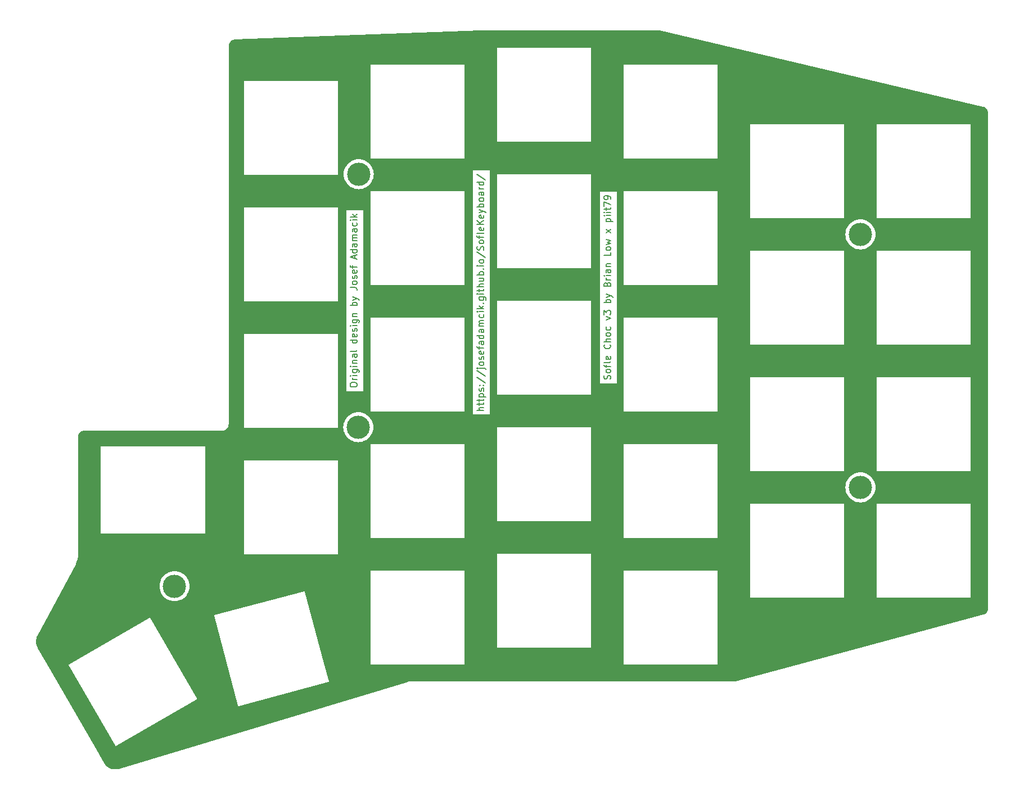
<source format=gbr>
%TF.GenerationSoftware,KiCad,Pcbnew,8.0.4-8.0.4-0~ubuntu24.04.1*%
%TF.CreationDate,2024-08-12T14:45:40+02:00*%
%TF.ProjectId,SofleKeyboardTopPlate,536f666c-654b-4657-9962-6f617264546f,rev?*%
%TF.SameCoordinates,Original*%
%TF.FileFunction,Copper,L1,Top*%
%TF.FilePolarity,Positive*%
%FSLAX46Y46*%
G04 Gerber Fmt 4.6, Leading zero omitted, Abs format (unit mm)*
G04 Created by KiCad (PCBNEW 8.0.4-8.0.4-0~ubuntu24.04.1) date 2024-08-12 14:45:40*
%MOMM*%
%LPD*%
G01*
G04 APERTURE LIST*
%ADD10C,0.150000*%
%TA.AperFunction,NonConductor*%
%ADD11C,0.150000*%
%TD*%
%ADD12C,0.200000*%
%TA.AperFunction,NonConductor*%
%ADD13C,0.200000*%
%TD*%
%TA.AperFunction,ComponentPad*%
%ADD14C,3.500000*%
%TD*%
G04 APERTURE END LIST*
D10*
D11*
X149554819Y-92514286D02*
X148554819Y-92514286D01*
X149554819Y-92085715D02*
X149031009Y-92085715D01*
X149031009Y-92085715D02*
X148935771Y-92133334D01*
X148935771Y-92133334D02*
X148888152Y-92228572D01*
X148888152Y-92228572D02*
X148888152Y-92371429D01*
X148888152Y-92371429D02*
X148935771Y-92466667D01*
X148935771Y-92466667D02*
X148983390Y-92514286D01*
X148888152Y-91752381D02*
X148888152Y-91371429D01*
X148554819Y-91609524D02*
X149411961Y-91609524D01*
X149411961Y-91609524D02*
X149507200Y-91561905D01*
X149507200Y-91561905D02*
X149554819Y-91466667D01*
X149554819Y-91466667D02*
X149554819Y-91371429D01*
X148888152Y-91180952D02*
X148888152Y-90800000D01*
X148554819Y-91038095D02*
X149411961Y-91038095D01*
X149411961Y-91038095D02*
X149507200Y-90990476D01*
X149507200Y-90990476D02*
X149554819Y-90895238D01*
X149554819Y-90895238D02*
X149554819Y-90800000D01*
X148888152Y-90466666D02*
X149888152Y-90466666D01*
X148935771Y-90466666D02*
X148888152Y-90371428D01*
X148888152Y-90371428D02*
X148888152Y-90180952D01*
X148888152Y-90180952D02*
X148935771Y-90085714D01*
X148935771Y-90085714D02*
X148983390Y-90038095D01*
X148983390Y-90038095D02*
X149078628Y-89990476D01*
X149078628Y-89990476D02*
X149364342Y-89990476D01*
X149364342Y-89990476D02*
X149459580Y-90038095D01*
X149459580Y-90038095D02*
X149507200Y-90085714D01*
X149507200Y-90085714D02*
X149554819Y-90180952D01*
X149554819Y-90180952D02*
X149554819Y-90371428D01*
X149554819Y-90371428D02*
X149507200Y-90466666D01*
X149507200Y-89609523D02*
X149554819Y-89514285D01*
X149554819Y-89514285D02*
X149554819Y-89323809D01*
X149554819Y-89323809D02*
X149507200Y-89228571D01*
X149507200Y-89228571D02*
X149411961Y-89180952D01*
X149411961Y-89180952D02*
X149364342Y-89180952D01*
X149364342Y-89180952D02*
X149269104Y-89228571D01*
X149269104Y-89228571D02*
X149221485Y-89323809D01*
X149221485Y-89323809D02*
X149221485Y-89466666D01*
X149221485Y-89466666D02*
X149173866Y-89561904D01*
X149173866Y-89561904D02*
X149078628Y-89609523D01*
X149078628Y-89609523D02*
X149031009Y-89609523D01*
X149031009Y-89609523D02*
X148935771Y-89561904D01*
X148935771Y-89561904D02*
X148888152Y-89466666D01*
X148888152Y-89466666D02*
X148888152Y-89323809D01*
X148888152Y-89323809D02*
X148935771Y-89228571D01*
X149459580Y-88752380D02*
X149507200Y-88704761D01*
X149507200Y-88704761D02*
X149554819Y-88752380D01*
X149554819Y-88752380D02*
X149507200Y-88799999D01*
X149507200Y-88799999D02*
X149459580Y-88752380D01*
X149459580Y-88752380D02*
X149554819Y-88752380D01*
X148935771Y-88752380D02*
X148983390Y-88704761D01*
X148983390Y-88704761D02*
X149031009Y-88752380D01*
X149031009Y-88752380D02*
X148983390Y-88799999D01*
X148983390Y-88799999D02*
X148935771Y-88752380D01*
X148935771Y-88752380D02*
X149031009Y-88752380D01*
X148507200Y-87561905D02*
X149792914Y-88419047D01*
X148507200Y-86514286D02*
X149792914Y-87371428D01*
X148888152Y-86180952D02*
X149745295Y-86180952D01*
X149745295Y-86180952D02*
X149840533Y-86228571D01*
X149840533Y-86228571D02*
X149888152Y-86323809D01*
X149888152Y-86323809D02*
X149888152Y-86371428D01*
X148554819Y-86180952D02*
X148602438Y-86228571D01*
X148602438Y-86228571D02*
X148650057Y-86180952D01*
X148650057Y-86180952D02*
X148602438Y-86133333D01*
X148602438Y-86133333D02*
X148554819Y-86180952D01*
X148554819Y-86180952D02*
X148650057Y-86180952D01*
X149554819Y-85561905D02*
X149507200Y-85657143D01*
X149507200Y-85657143D02*
X149459580Y-85704762D01*
X149459580Y-85704762D02*
X149364342Y-85752381D01*
X149364342Y-85752381D02*
X149078628Y-85752381D01*
X149078628Y-85752381D02*
X148983390Y-85704762D01*
X148983390Y-85704762D02*
X148935771Y-85657143D01*
X148935771Y-85657143D02*
X148888152Y-85561905D01*
X148888152Y-85561905D02*
X148888152Y-85419048D01*
X148888152Y-85419048D02*
X148935771Y-85323810D01*
X148935771Y-85323810D02*
X148983390Y-85276191D01*
X148983390Y-85276191D02*
X149078628Y-85228572D01*
X149078628Y-85228572D02*
X149364342Y-85228572D01*
X149364342Y-85228572D02*
X149459580Y-85276191D01*
X149459580Y-85276191D02*
X149507200Y-85323810D01*
X149507200Y-85323810D02*
X149554819Y-85419048D01*
X149554819Y-85419048D02*
X149554819Y-85561905D01*
X149507200Y-84847619D02*
X149554819Y-84752381D01*
X149554819Y-84752381D02*
X149554819Y-84561905D01*
X149554819Y-84561905D02*
X149507200Y-84466667D01*
X149507200Y-84466667D02*
X149411961Y-84419048D01*
X149411961Y-84419048D02*
X149364342Y-84419048D01*
X149364342Y-84419048D02*
X149269104Y-84466667D01*
X149269104Y-84466667D02*
X149221485Y-84561905D01*
X149221485Y-84561905D02*
X149221485Y-84704762D01*
X149221485Y-84704762D02*
X149173866Y-84800000D01*
X149173866Y-84800000D02*
X149078628Y-84847619D01*
X149078628Y-84847619D02*
X149031009Y-84847619D01*
X149031009Y-84847619D02*
X148935771Y-84800000D01*
X148935771Y-84800000D02*
X148888152Y-84704762D01*
X148888152Y-84704762D02*
X148888152Y-84561905D01*
X148888152Y-84561905D02*
X148935771Y-84466667D01*
X149507200Y-83609524D02*
X149554819Y-83704762D01*
X149554819Y-83704762D02*
X149554819Y-83895238D01*
X149554819Y-83895238D02*
X149507200Y-83990476D01*
X149507200Y-83990476D02*
X149411961Y-84038095D01*
X149411961Y-84038095D02*
X149031009Y-84038095D01*
X149031009Y-84038095D02*
X148935771Y-83990476D01*
X148935771Y-83990476D02*
X148888152Y-83895238D01*
X148888152Y-83895238D02*
X148888152Y-83704762D01*
X148888152Y-83704762D02*
X148935771Y-83609524D01*
X148935771Y-83609524D02*
X149031009Y-83561905D01*
X149031009Y-83561905D02*
X149126247Y-83561905D01*
X149126247Y-83561905D02*
X149221485Y-84038095D01*
X148888152Y-83276190D02*
X148888152Y-82895238D01*
X149554819Y-83133333D02*
X148697676Y-83133333D01*
X148697676Y-83133333D02*
X148602438Y-83085714D01*
X148602438Y-83085714D02*
X148554819Y-82990476D01*
X148554819Y-82990476D02*
X148554819Y-82895238D01*
X149554819Y-82133333D02*
X149031009Y-82133333D01*
X149031009Y-82133333D02*
X148935771Y-82180952D01*
X148935771Y-82180952D02*
X148888152Y-82276190D01*
X148888152Y-82276190D02*
X148888152Y-82466666D01*
X148888152Y-82466666D02*
X148935771Y-82561904D01*
X149507200Y-82133333D02*
X149554819Y-82228571D01*
X149554819Y-82228571D02*
X149554819Y-82466666D01*
X149554819Y-82466666D02*
X149507200Y-82561904D01*
X149507200Y-82561904D02*
X149411961Y-82609523D01*
X149411961Y-82609523D02*
X149316723Y-82609523D01*
X149316723Y-82609523D02*
X149221485Y-82561904D01*
X149221485Y-82561904D02*
X149173866Y-82466666D01*
X149173866Y-82466666D02*
X149173866Y-82228571D01*
X149173866Y-82228571D02*
X149126247Y-82133333D01*
X149554819Y-81228571D02*
X148554819Y-81228571D01*
X149507200Y-81228571D02*
X149554819Y-81323809D01*
X149554819Y-81323809D02*
X149554819Y-81514285D01*
X149554819Y-81514285D02*
X149507200Y-81609523D01*
X149507200Y-81609523D02*
X149459580Y-81657142D01*
X149459580Y-81657142D02*
X149364342Y-81704761D01*
X149364342Y-81704761D02*
X149078628Y-81704761D01*
X149078628Y-81704761D02*
X148983390Y-81657142D01*
X148983390Y-81657142D02*
X148935771Y-81609523D01*
X148935771Y-81609523D02*
X148888152Y-81514285D01*
X148888152Y-81514285D02*
X148888152Y-81323809D01*
X148888152Y-81323809D02*
X148935771Y-81228571D01*
X149554819Y-80323809D02*
X149031009Y-80323809D01*
X149031009Y-80323809D02*
X148935771Y-80371428D01*
X148935771Y-80371428D02*
X148888152Y-80466666D01*
X148888152Y-80466666D02*
X148888152Y-80657142D01*
X148888152Y-80657142D02*
X148935771Y-80752380D01*
X149507200Y-80323809D02*
X149554819Y-80419047D01*
X149554819Y-80419047D02*
X149554819Y-80657142D01*
X149554819Y-80657142D02*
X149507200Y-80752380D01*
X149507200Y-80752380D02*
X149411961Y-80799999D01*
X149411961Y-80799999D02*
X149316723Y-80799999D01*
X149316723Y-80799999D02*
X149221485Y-80752380D01*
X149221485Y-80752380D02*
X149173866Y-80657142D01*
X149173866Y-80657142D02*
X149173866Y-80419047D01*
X149173866Y-80419047D02*
X149126247Y-80323809D01*
X149554819Y-79847618D02*
X148888152Y-79847618D01*
X148983390Y-79847618D02*
X148935771Y-79799999D01*
X148935771Y-79799999D02*
X148888152Y-79704761D01*
X148888152Y-79704761D02*
X148888152Y-79561904D01*
X148888152Y-79561904D02*
X148935771Y-79466666D01*
X148935771Y-79466666D02*
X149031009Y-79419047D01*
X149031009Y-79419047D02*
X149554819Y-79419047D01*
X149031009Y-79419047D02*
X148935771Y-79371428D01*
X148935771Y-79371428D02*
X148888152Y-79276190D01*
X148888152Y-79276190D02*
X148888152Y-79133333D01*
X148888152Y-79133333D02*
X148935771Y-79038094D01*
X148935771Y-79038094D02*
X149031009Y-78990475D01*
X149031009Y-78990475D02*
X149554819Y-78990475D01*
X149507200Y-78085714D02*
X149554819Y-78180952D01*
X149554819Y-78180952D02*
X149554819Y-78371428D01*
X149554819Y-78371428D02*
X149507200Y-78466666D01*
X149507200Y-78466666D02*
X149459580Y-78514285D01*
X149459580Y-78514285D02*
X149364342Y-78561904D01*
X149364342Y-78561904D02*
X149078628Y-78561904D01*
X149078628Y-78561904D02*
X148983390Y-78514285D01*
X148983390Y-78514285D02*
X148935771Y-78466666D01*
X148935771Y-78466666D02*
X148888152Y-78371428D01*
X148888152Y-78371428D02*
X148888152Y-78180952D01*
X148888152Y-78180952D02*
X148935771Y-78085714D01*
X149554819Y-77657142D02*
X148888152Y-77657142D01*
X148554819Y-77657142D02*
X148602438Y-77704761D01*
X148602438Y-77704761D02*
X148650057Y-77657142D01*
X148650057Y-77657142D02*
X148602438Y-77609523D01*
X148602438Y-77609523D02*
X148554819Y-77657142D01*
X148554819Y-77657142D02*
X148650057Y-77657142D01*
X149554819Y-77180952D02*
X148554819Y-77180952D01*
X149173866Y-77085714D02*
X149554819Y-76800000D01*
X148888152Y-76800000D02*
X149269104Y-77180952D01*
X149459580Y-76371428D02*
X149507200Y-76323809D01*
X149507200Y-76323809D02*
X149554819Y-76371428D01*
X149554819Y-76371428D02*
X149507200Y-76419047D01*
X149507200Y-76419047D02*
X149459580Y-76371428D01*
X149459580Y-76371428D02*
X149554819Y-76371428D01*
X148888152Y-75466667D02*
X149697676Y-75466667D01*
X149697676Y-75466667D02*
X149792914Y-75514286D01*
X149792914Y-75514286D02*
X149840533Y-75561905D01*
X149840533Y-75561905D02*
X149888152Y-75657143D01*
X149888152Y-75657143D02*
X149888152Y-75800000D01*
X149888152Y-75800000D02*
X149840533Y-75895238D01*
X149507200Y-75466667D02*
X149554819Y-75561905D01*
X149554819Y-75561905D02*
X149554819Y-75752381D01*
X149554819Y-75752381D02*
X149507200Y-75847619D01*
X149507200Y-75847619D02*
X149459580Y-75895238D01*
X149459580Y-75895238D02*
X149364342Y-75942857D01*
X149364342Y-75942857D02*
X149078628Y-75942857D01*
X149078628Y-75942857D02*
X148983390Y-75895238D01*
X148983390Y-75895238D02*
X148935771Y-75847619D01*
X148935771Y-75847619D02*
X148888152Y-75752381D01*
X148888152Y-75752381D02*
X148888152Y-75561905D01*
X148888152Y-75561905D02*
X148935771Y-75466667D01*
X149554819Y-74990476D02*
X148888152Y-74990476D01*
X148554819Y-74990476D02*
X148602438Y-75038095D01*
X148602438Y-75038095D02*
X148650057Y-74990476D01*
X148650057Y-74990476D02*
X148602438Y-74942857D01*
X148602438Y-74942857D02*
X148554819Y-74990476D01*
X148554819Y-74990476D02*
X148650057Y-74990476D01*
X148888152Y-74657143D02*
X148888152Y-74276191D01*
X148554819Y-74514286D02*
X149411961Y-74514286D01*
X149411961Y-74514286D02*
X149507200Y-74466667D01*
X149507200Y-74466667D02*
X149554819Y-74371429D01*
X149554819Y-74371429D02*
X149554819Y-74276191D01*
X149554819Y-73942857D02*
X148554819Y-73942857D01*
X149554819Y-73514286D02*
X149031009Y-73514286D01*
X149031009Y-73514286D02*
X148935771Y-73561905D01*
X148935771Y-73561905D02*
X148888152Y-73657143D01*
X148888152Y-73657143D02*
X148888152Y-73800000D01*
X148888152Y-73800000D02*
X148935771Y-73895238D01*
X148935771Y-73895238D02*
X148983390Y-73942857D01*
X148888152Y-72609524D02*
X149554819Y-72609524D01*
X148888152Y-73038095D02*
X149411961Y-73038095D01*
X149411961Y-73038095D02*
X149507200Y-72990476D01*
X149507200Y-72990476D02*
X149554819Y-72895238D01*
X149554819Y-72895238D02*
X149554819Y-72752381D01*
X149554819Y-72752381D02*
X149507200Y-72657143D01*
X149507200Y-72657143D02*
X149459580Y-72609524D01*
X149554819Y-72133333D02*
X148554819Y-72133333D01*
X148935771Y-72133333D02*
X148888152Y-72038095D01*
X148888152Y-72038095D02*
X148888152Y-71847619D01*
X148888152Y-71847619D02*
X148935771Y-71752381D01*
X148935771Y-71752381D02*
X148983390Y-71704762D01*
X148983390Y-71704762D02*
X149078628Y-71657143D01*
X149078628Y-71657143D02*
X149364342Y-71657143D01*
X149364342Y-71657143D02*
X149459580Y-71704762D01*
X149459580Y-71704762D02*
X149507200Y-71752381D01*
X149507200Y-71752381D02*
X149554819Y-71847619D01*
X149554819Y-71847619D02*
X149554819Y-72038095D01*
X149554819Y-72038095D02*
X149507200Y-72133333D01*
X149459580Y-71228571D02*
X149507200Y-71180952D01*
X149507200Y-71180952D02*
X149554819Y-71228571D01*
X149554819Y-71228571D02*
X149507200Y-71276190D01*
X149507200Y-71276190D02*
X149459580Y-71228571D01*
X149459580Y-71228571D02*
X149554819Y-71228571D01*
X149554819Y-70752381D02*
X148888152Y-70752381D01*
X148554819Y-70752381D02*
X148602438Y-70800000D01*
X148602438Y-70800000D02*
X148650057Y-70752381D01*
X148650057Y-70752381D02*
X148602438Y-70704762D01*
X148602438Y-70704762D02*
X148554819Y-70752381D01*
X148554819Y-70752381D02*
X148650057Y-70752381D01*
X149554819Y-70133334D02*
X149507200Y-70228572D01*
X149507200Y-70228572D02*
X149459580Y-70276191D01*
X149459580Y-70276191D02*
X149364342Y-70323810D01*
X149364342Y-70323810D02*
X149078628Y-70323810D01*
X149078628Y-70323810D02*
X148983390Y-70276191D01*
X148983390Y-70276191D02*
X148935771Y-70228572D01*
X148935771Y-70228572D02*
X148888152Y-70133334D01*
X148888152Y-70133334D02*
X148888152Y-69990477D01*
X148888152Y-69990477D02*
X148935771Y-69895239D01*
X148935771Y-69895239D02*
X148983390Y-69847620D01*
X148983390Y-69847620D02*
X149078628Y-69800001D01*
X149078628Y-69800001D02*
X149364342Y-69800001D01*
X149364342Y-69800001D02*
X149459580Y-69847620D01*
X149459580Y-69847620D02*
X149507200Y-69895239D01*
X149507200Y-69895239D02*
X149554819Y-69990477D01*
X149554819Y-69990477D02*
X149554819Y-70133334D01*
X148507200Y-68657144D02*
X149792914Y-69514286D01*
X149507200Y-68371429D02*
X149554819Y-68228572D01*
X149554819Y-68228572D02*
X149554819Y-67990477D01*
X149554819Y-67990477D02*
X149507200Y-67895239D01*
X149507200Y-67895239D02*
X149459580Y-67847620D01*
X149459580Y-67847620D02*
X149364342Y-67800001D01*
X149364342Y-67800001D02*
X149269104Y-67800001D01*
X149269104Y-67800001D02*
X149173866Y-67847620D01*
X149173866Y-67847620D02*
X149126247Y-67895239D01*
X149126247Y-67895239D02*
X149078628Y-67990477D01*
X149078628Y-67990477D02*
X149031009Y-68180953D01*
X149031009Y-68180953D02*
X148983390Y-68276191D01*
X148983390Y-68276191D02*
X148935771Y-68323810D01*
X148935771Y-68323810D02*
X148840533Y-68371429D01*
X148840533Y-68371429D02*
X148745295Y-68371429D01*
X148745295Y-68371429D02*
X148650057Y-68323810D01*
X148650057Y-68323810D02*
X148602438Y-68276191D01*
X148602438Y-68276191D02*
X148554819Y-68180953D01*
X148554819Y-68180953D02*
X148554819Y-67942858D01*
X148554819Y-67942858D02*
X148602438Y-67800001D01*
X149554819Y-67228572D02*
X149507200Y-67323810D01*
X149507200Y-67323810D02*
X149459580Y-67371429D01*
X149459580Y-67371429D02*
X149364342Y-67419048D01*
X149364342Y-67419048D02*
X149078628Y-67419048D01*
X149078628Y-67419048D02*
X148983390Y-67371429D01*
X148983390Y-67371429D02*
X148935771Y-67323810D01*
X148935771Y-67323810D02*
X148888152Y-67228572D01*
X148888152Y-67228572D02*
X148888152Y-67085715D01*
X148888152Y-67085715D02*
X148935771Y-66990477D01*
X148935771Y-66990477D02*
X148983390Y-66942858D01*
X148983390Y-66942858D02*
X149078628Y-66895239D01*
X149078628Y-66895239D02*
X149364342Y-66895239D01*
X149364342Y-66895239D02*
X149459580Y-66942858D01*
X149459580Y-66942858D02*
X149507200Y-66990477D01*
X149507200Y-66990477D02*
X149554819Y-67085715D01*
X149554819Y-67085715D02*
X149554819Y-67228572D01*
X148888152Y-66609524D02*
X148888152Y-66228572D01*
X149554819Y-66466667D02*
X148697676Y-66466667D01*
X148697676Y-66466667D02*
X148602438Y-66419048D01*
X148602438Y-66419048D02*
X148554819Y-66323810D01*
X148554819Y-66323810D02*
X148554819Y-66228572D01*
X149554819Y-65752381D02*
X149507200Y-65847619D01*
X149507200Y-65847619D02*
X149411961Y-65895238D01*
X149411961Y-65895238D02*
X148554819Y-65895238D01*
X149507200Y-64990476D02*
X149554819Y-65085714D01*
X149554819Y-65085714D02*
X149554819Y-65276190D01*
X149554819Y-65276190D02*
X149507200Y-65371428D01*
X149507200Y-65371428D02*
X149411961Y-65419047D01*
X149411961Y-65419047D02*
X149031009Y-65419047D01*
X149031009Y-65419047D02*
X148935771Y-65371428D01*
X148935771Y-65371428D02*
X148888152Y-65276190D01*
X148888152Y-65276190D02*
X148888152Y-65085714D01*
X148888152Y-65085714D02*
X148935771Y-64990476D01*
X148935771Y-64990476D02*
X149031009Y-64942857D01*
X149031009Y-64942857D02*
X149126247Y-64942857D01*
X149126247Y-64942857D02*
X149221485Y-65419047D01*
X149554819Y-64514285D02*
X148554819Y-64514285D01*
X149554819Y-63942857D02*
X148983390Y-64371428D01*
X148554819Y-63942857D02*
X149126247Y-64514285D01*
X149507200Y-63133333D02*
X149554819Y-63228571D01*
X149554819Y-63228571D02*
X149554819Y-63419047D01*
X149554819Y-63419047D02*
X149507200Y-63514285D01*
X149507200Y-63514285D02*
X149411961Y-63561904D01*
X149411961Y-63561904D02*
X149031009Y-63561904D01*
X149031009Y-63561904D02*
X148935771Y-63514285D01*
X148935771Y-63514285D02*
X148888152Y-63419047D01*
X148888152Y-63419047D02*
X148888152Y-63228571D01*
X148888152Y-63228571D02*
X148935771Y-63133333D01*
X148935771Y-63133333D02*
X149031009Y-63085714D01*
X149031009Y-63085714D02*
X149126247Y-63085714D01*
X149126247Y-63085714D02*
X149221485Y-63561904D01*
X148888152Y-62752380D02*
X149554819Y-62514285D01*
X148888152Y-62276190D02*
X149554819Y-62514285D01*
X149554819Y-62514285D02*
X149792914Y-62609523D01*
X149792914Y-62609523D02*
X149840533Y-62657142D01*
X149840533Y-62657142D02*
X149888152Y-62752380D01*
X149554819Y-61895237D02*
X148554819Y-61895237D01*
X148935771Y-61895237D02*
X148888152Y-61799999D01*
X148888152Y-61799999D02*
X148888152Y-61609523D01*
X148888152Y-61609523D02*
X148935771Y-61514285D01*
X148935771Y-61514285D02*
X148983390Y-61466666D01*
X148983390Y-61466666D02*
X149078628Y-61419047D01*
X149078628Y-61419047D02*
X149364342Y-61419047D01*
X149364342Y-61419047D02*
X149459580Y-61466666D01*
X149459580Y-61466666D02*
X149507200Y-61514285D01*
X149507200Y-61514285D02*
X149554819Y-61609523D01*
X149554819Y-61609523D02*
X149554819Y-61799999D01*
X149554819Y-61799999D02*
X149507200Y-61895237D01*
X149554819Y-60847618D02*
X149507200Y-60942856D01*
X149507200Y-60942856D02*
X149459580Y-60990475D01*
X149459580Y-60990475D02*
X149364342Y-61038094D01*
X149364342Y-61038094D02*
X149078628Y-61038094D01*
X149078628Y-61038094D02*
X148983390Y-60990475D01*
X148983390Y-60990475D02*
X148935771Y-60942856D01*
X148935771Y-60942856D02*
X148888152Y-60847618D01*
X148888152Y-60847618D02*
X148888152Y-60704761D01*
X148888152Y-60704761D02*
X148935771Y-60609523D01*
X148935771Y-60609523D02*
X148983390Y-60561904D01*
X148983390Y-60561904D02*
X149078628Y-60514285D01*
X149078628Y-60514285D02*
X149364342Y-60514285D01*
X149364342Y-60514285D02*
X149459580Y-60561904D01*
X149459580Y-60561904D02*
X149507200Y-60609523D01*
X149507200Y-60609523D02*
X149554819Y-60704761D01*
X149554819Y-60704761D02*
X149554819Y-60847618D01*
X149554819Y-59657142D02*
X149031009Y-59657142D01*
X149031009Y-59657142D02*
X148935771Y-59704761D01*
X148935771Y-59704761D02*
X148888152Y-59799999D01*
X148888152Y-59799999D02*
X148888152Y-59990475D01*
X148888152Y-59990475D02*
X148935771Y-60085713D01*
X149507200Y-59657142D02*
X149554819Y-59752380D01*
X149554819Y-59752380D02*
X149554819Y-59990475D01*
X149554819Y-59990475D02*
X149507200Y-60085713D01*
X149507200Y-60085713D02*
X149411961Y-60133332D01*
X149411961Y-60133332D02*
X149316723Y-60133332D01*
X149316723Y-60133332D02*
X149221485Y-60085713D01*
X149221485Y-60085713D02*
X149173866Y-59990475D01*
X149173866Y-59990475D02*
X149173866Y-59752380D01*
X149173866Y-59752380D02*
X149126247Y-59657142D01*
X149554819Y-59180951D02*
X148888152Y-59180951D01*
X149078628Y-59180951D02*
X148983390Y-59133332D01*
X148983390Y-59133332D02*
X148935771Y-59085713D01*
X148935771Y-59085713D02*
X148888152Y-58990475D01*
X148888152Y-58990475D02*
X148888152Y-58895237D01*
X149554819Y-58133332D02*
X148554819Y-58133332D01*
X149507200Y-58133332D02*
X149554819Y-58228570D01*
X149554819Y-58228570D02*
X149554819Y-58419046D01*
X149554819Y-58419046D02*
X149507200Y-58514284D01*
X149507200Y-58514284D02*
X149459580Y-58561903D01*
X149459580Y-58561903D02*
X149364342Y-58609522D01*
X149364342Y-58609522D02*
X149078628Y-58609522D01*
X149078628Y-58609522D02*
X148983390Y-58561903D01*
X148983390Y-58561903D02*
X148935771Y-58514284D01*
X148935771Y-58514284D02*
X148888152Y-58419046D01*
X148888152Y-58419046D02*
X148888152Y-58228570D01*
X148888152Y-58228570D02*
X148935771Y-58133332D01*
X148507200Y-56942856D02*
X149792914Y-57799998D01*
D12*
D13*
X129452219Y-88761905D02*
X129452219Y-88571429D01*
X129452219Y-88571429D02*
X129499838Y-88476191D01*
X129499838Y-88476191D02*
X129595076Y-88380953D01*
X129595076Y-88380953D02*
X129785552Y-88333334D01*
X129785552Y-88333334D02*
X130118885Y-88333334D01*
X130118885Y-88333334D02*
X130309361Y-88380953D01*
X130309361Y-88380953D02*
X130404600Y-88476191D01*
X130404600Y-88476191D02*
X130452219Y-88571429D01*
X130452219Y-88571429D02*
X130452219Y-88761905D01*
X130452219Y-88761905D02*
X130404600Y-88857143D01*
X130404600Y-88857143D02*
X130309361Y-88952381D01*
X130309361Y-88952381D02*
X130118885Y-89000000D01*
X130118885Y-89000000D02*
X129785552Y-89000000D01*
X129785552Y-89000000D02*
X129595076Y-88952381D01*
X129595076Y-88952381D02*
X129499838Y-88857143D01*
X129499838Y-88857143D02*
X129452219Y-88761905D01*
X130452219Y-87904762D02*
X129785552Y-87904762D01*
X129976028Y-87904762D02*
X129880790Y-87857143D01*
X129880790Y-87857143D02*
X129833171Y-87809524D01*
X129833171Y-87809524D02*
X129785552Y-87714286D01*
X129785552Y-87714286D02*
X129785552Y-87619048D01*
X130452219Y-87285714D02*
X129785552Y-87285714D01*
X129452219Y-87285714D02*
X129499838Y-87333333D01*
X129499838Y-87333333D02*
X129547457Y-87285714D01*
X129547457Y-87285714D02*
X129499838Y-87238095D01*
X129499838Y-87238095D02*
X129452219Y-87285714D01*
X129452219Y-87285714D02*
X129547457Y-87285714D01*
X129785552Y-86380953D02*
X130595076Y-86380953D01*
X130595076Y-86380953D02*
X130690314Y-86428572D01*
X130690314Y-86428572D02*
X130737933Y-86476191D01*
X130737933Y-86476191D02*
X130785552Y-86571429D01*
X130785552Y-86571429D02*
X130785552Y-86714286D01*
X130785552Y-86714286D02*
X130737933Y-86809524D01*
X130404600Y-86380953D02*
X130452219Y-86476191D01*
X130452219Y-86476191D02*
X130452219Y-86666667D01*
X130452219Y-86666667D02*
X130404600Y-86761905D01*
X130404600Y-86761905D02*
X130356980Y-86809524D01*
X130356980Y-86809524D02*
X130261742Y-86857143D01*
X130261742Y-86857143D02*
X129976028Y-86857143D01*
X129976028Y-86857143D02*
X129880790Y-86809524D01*
X129880790Y-86809524D02*
X129833171Y-86761905D01*
X129833171Y-86761905D02*
X129785552Y-86666667D01*
X129785552Y-86666667D02*
X129785552Y-86476191D01*
X129785552Y-86476191D02*
X129833171Y-86380953D01*
X130452219Y-85904762D02*
X129785552Y-85904762D01*
X129452219Y-85904762D02*
X129499838Y-85952381D01*
X129499838Y-85952381D02*
X129547457Y-85904762D01*
X129547457Y-85904762D02*
X129499838Y-85857143D01*
X129499838Y-85857143D02*
X129452219Y-85904762D01*
X129452219Y-85904762D02*
X129547457Y-85904762D01*
X129785552Y-85428572D02*
X130452219Y-85428572D01*
X129880790Y-85428572D02*
X129833171Y-85380953D01*
X129833171Y-85380953D02*
X129785552Y-85285715D01*
X129785552Y-85285715D02*
X129785552Y-85142858D01*
X129785552Y-85142858D02*
X129833171Y-85047620D01*
X129833171Y-85047620D02*
X129928409Y-85000001D01*
X129928409Y-85000001D02*
X130452219Y-85000001D01*
X130452219Y-84095239D02*
X129928409Y-84095239D01*
X129928409Y-84095239D02*
X129833171Y-84142858D01*
X129833171Y-84142858D02*
X129785552Y-84238096D01*
X129785552Y-84238096D02*
X129785552Y-84428572D01*
X129785552Y-84428572D02*
X129833171Y-84523810D01*
X130404600Y-84095239D02*
X130452219Y-84190477D01*
X130452219Y-84190477D02*
X130452219Y-84428572D01*
X130452219Y-84428572D02*
X130404600Y-84523810D01*
X130404600Y-84523810D02*
X130309361Y-84571429D01*
X130309361Y-84571429D02*
X130214123Y-84571429D01*
X130214123Y-84571429D02*
X130118885Y-84523810D01*
X130118885Y-84523810D02*
X130071266Y-84428572D01*
X130071266Y-84428572D02*
X130071266Y-84190477D01*
X130071266Y-84190477D02*
X130023647Y-84095239D01*
X130452219Y-83476191D02*
X130404600Y-83571429D01*
X130404600Y-83571429D02*
X130309361Y-83619048D01*
X130309361Y-83619048D02*
X129452219Y-83619048D01*
X130452219Y-81904762D02*
X129452219Y-81904762D01*
X130404600Y-81904762D02*
X130452219Y-82000000D01*
X130452219Y-82000000D02*
X130452219Y-82190476D01*
X130452219Y-82190476D02*
X130404600Y-82285714D01*
X130404600Y-82285714D02*
X130356980Y-82333333D01*
X130356980Y-82333333D02*
X130261742Y-82380952D01*
X130261742Y-82380952D02*
X129976028Y-82380952D01*
X129976028Y-82380952D02*
X129880790Y-82333333D01*
X129880790Y-82333333D02*
X129833171Y-82285714D01*
X129833171Y-82285714D02*
X129785552Y-82190476D01*
X129785552Y-82190476D02*
X129785552Y-82000000D01*
X129785552Y-82000000D02*
X129833171Y-81904762D01*
X130404600Y-81047619D02*
X130452219Y-81142857D01*
X130452219Y-81142857D02*
X130452219Y-81333333D01*
X130452219Y-81333333D02*
X130404600Y-81428571D01*
X130404600Y-81428571D02*
X130309361Y-81476190D01*
X130309361Y-81476190D02*
X129928409Y-81476190D01*
X129928409Y-81476190D02*
X129833171Y-81428571D01*
X129833171Y-81428571D02*
X129785552Y-81333333D01*
X129785552Y-81333333D02*
X129785552Y-81142857D01*
X129785552Y-81142857D02*
X129833171Y-81047619D01*
X129833171Y-81047619D02*
X129928409Y-81000000D01*
X129928409Y-81000000D02*
X130023647Y-81000000D01*
X130023647Y-81000000D02*
X130118885Y-81476190D01*
X130404600Y-80619047D02*
X130452219Y-80523809D01*
X130452219Y-80523809D02*
X130452219Y-80333333D01*
X130452219Y-80333333D02*
X130404600Y-80238095D01*
X130404600Y-80238095D02*
X130309361Y-80190476D01*
X130309361Y-80190476D02*
X130261742Y-80190476D01*
X130261742Y-80190476D02*
X130166504Y-80238095D01*
X130166504Y-80238095D02*
X130118885Y-80333333D01*
X130118885Y-80333333D02*
X130118885Y-80476190D01*
X130118885Y-80476190D02*
X130071266Y-80571428D01*
X130071266Y-80571428D02*
X129976028Y-80619047D01*
X129976028Y-80619047D02*
X129928409Y-80619047D01*
X129928409Y-80619047D02*
X129833171Y-80571428D01*
X129833171Y-80571428D02*
X129785552Y-80476190D01*
X129785552Y-80476190D02*
X129785552Y-80333333D01*
X129785552Y-80333333D02*
X129833171Y-80238095D01*
X130452219Y-79761904D02*
X129785552Y-79761904D01*
X129452219Y-79761904D02*
X129499838Y-79809523D01*
X129499838Y-79809523D02*
X129547457Y-79761904D01*
X129547457Y-79761904D02*
X129499838Y-79714285D01*
X129499838Y-79714285D02*
X129452219Y-79761904D01*
X129452219Y-79761904D02*
X129547457Y-79761904D01*
X129785552Y-78857143D02*
X130595076Y-78857143D01*
X130595076Y-78857143D02*
X130690314Y-78904762D01*
X130690314Y-78904762D02*
X130737933Y-78952381D01*
X130737933Y-78952381D02*
X130785552Y-79047619D01*
X130785552Y-79047619D02*
X130785552Y-79190476D01*
X130785552Y-79190476D02*
X130737933Y-79285714D01*
X130404600Y-78857143D02*
X130452219Y-78952381D01*
X130452219Y-78952381D02*
X130452219Y-79142857D01*
X130452219Y-79142857D02*
X130404600Y-79238095D01*
X130404600Y-79238095D02*
X130356980Y-79285714D01*
X130356980Y-79285714D02*
X130261742Y-79333333D01*
X130261742Y-79333333D02*
X129976028Y-79333333D01*
X129976028Y-79333333D02*
X129880790Y-79285714D01*
X129880790Y-79285714D02*
X129833171Y-79238095D01*
X129833171Y-79238095D02*
X129785552Y-79142857D01*
X129785552Y-79142857D02*
X129785552Y-78952381D01*
X129785552Y-78952381D02*
X129833171Y-78857143D01*
X129785552Y-78380952D02*
X130452219Y-78380952D01*
X129880790Y-78380952D02*
X129833171Y-78333333D01*
X129833171Y-78333333D02*
X129785552Y-78238095D01*
X129785552Y-78238095D02*
X129785552Y-78095238D01*
X129785552Y-78095238D02*
X129833171Y-78000000D01*
X129833171Y-78000000D02*
X129928409Y-77952381D01*
X129928409Y-77952381D02*
X130452219Y-77952381D01*
X130452219Y-76714285D02*
X129452219Y-76714285D01*
X129833171Y-76714285D02*
X129785552Y-76619047D01*
X129785552Y-76619047D02*
X129785552Y-76428571D01*
X129785552Y-76428571D02*
X129833171Y-76333333D01*
X129833171Y-76333333D02*
X129880790Y-76285714D01*
X129880790Y-76285714D02*
X129976028Y-76238095D01*
X129976028Y-76238095D02*
X130261742Y-76238095D01*
X130261742Y-76238095D02*
X130356980Y-76285714D01*
X130356980Y-76285714D02*
X130404600Y-76333333D01*
X130404600Y-76333333D02*
X130452219Y-76428571D01*
X130452219Y-76428571D02*
X130452219Y-76619047D01*
X130452219Y-76619047D02*
X130404600Y-76714285D01*
X129785552Y-75904761D02*
X130452219Y-75666666D01*
X129785552Y-75428571D02*
X130452219Y-75666666D01*
X130452219Y-75666666D02*
X130690314Y-75761904D01*
X130690314Y-75761904D02*
X130737933Y-75809523D01*
X130737933Y-75809523D02*
X130785552Y-75904761D01*
X129452219Y-73999999D02*
X130166504Y-73999999D01*
X130166504Y-73999999D02*
X130309361Y-74047618D01*
X130309361Y-74047618D02*
X130404600Y-74142856D01*
X130404600Y-74142856D02*
X130452219Y-74285713D01*
X130452219Y-74285713D02*
X130452219Y-74380951D01*
X130452219Y-73380951D02*
X130404600Y-73476189D01*
X130404600Y-73476189D02*
X130356980Y-73523808D01*
X130356980Y-73523808D02*
X130261742Y-73571427D01*
X130261742Y-73571427D02*
X129976028Y-73571427D01*
X129976028Y-73571427D02*
X129880790Y-73523808D01*
X129880790Y-73523808D02*
X129833171Y-73476189D01*
X129833171Y-73476189D02*
X129785552Y-73380951D01*
X129785552Y-73380951D02*
X129785552Y-73238094D01*
X129785552Y-73238094D02*
X129833171Y-73142856D01*
X129833171Y-73142856D02*
X129880790Y-73095237D01*
X129880790Y-73095237D02*
X129976028Y-73047618D01*
X129976028Y-73047618D02*
X130261742Y-73047618D01*
X130261742Y-73047618D02*
X130356980Y-73095237D01*
X130356980Y-73095237D02*
X130404600Y-73142856D01*
X130404600Y-73142856D02*
X130452219Y-73238094D01*
X130452219Y-73238094D02*
X130452219Y-73380951D01*
X130404600Y-72666665D02*
X130452219Y-72571427D01*
X130452219Y-72571427D02*
X130452219Y-72380951D01*
X130452219Y-72380951D02*
X130404600Y-72285713D01*
X130404600Y-72285713D02*
X130309361Y-72238094D01*
X130309361Y-72238094D02*
X130261742Y-72238094D01*
X130261742Y-72238094D02*
X130166504Y-72285713D01*
X130166504Y-72285713D02*
X130118885Y-72380951D01*
X130118885Y-72380951D02*
X130118885Y-72523808D01*
X130118885Y-72523808D02*
X130071266Y-72619046D01*
X130071266Y-72619046D02*
X129976028Y-72666665D01*
X129976028Y-72666665D02*
X129928409Y-72666665D01*
X129928409Y-72666665D02*
X129833171Y-72619046D01*
X129833171Y-72619046D02*
X129785552Y-72523808D01*
X129785552Y-72523808D02*
X129785552Y-72380951D01*
X129785552Y-72380951D02*
X129833171Y-72285713D01*
X130404600Y-71428570D02*
X130452219Y-71523808D01*
X130452219Y-71523808D02*
X130452219Y-71714284D01*
X130452219Y-71714284D02*
X130404600Y-71809522D01*
X130404600Y-71809522D02*
X130309361Y-71857141D01*
X130309361Y-71857141D02*
X129928409Y-71857141D01*
X129928409Y-71857141D02*
X129833171Y-71809522D01*
X129833171Y-71809522D02*
X129785552Y-71714284D01*
X129785552Y-71714284D02*
X129785552Y-71523808D01*
X129785552Y-71523808D02*
X129833171Y-71428570D01*
X129833171Y-71428570D02*
X129928409Y-71380951D01*
X129928409Y-71380951D02*
X130023647Y-71380951D01*
X130023647Y-71380951D02*
X130118885Y-71857141D01*
X129785552Y-71095236D02*
X129785552Y-70714284D01*
X130452219Y-70952379D02*
X129595076Y-70952379D01*
X129595076Y-70952379D02*
X129499838Y-70904760D01*
X129499838Y-70904760D02*
X129452219Y-70809522D01*
X129452219Y-70809522D02*
X129452219Y-70714284D01*
X130166504Y-69666664D02*
X130166504Y-69190474D01*
X130452219Y-69761902D02*
X129452219Y-69428569D01*
X129452219Y-69428569D02*
X130452219Y-69095236D01*
X130452219Y-68333331D02*
X129452219Y-68333331D01*
X130404600Y-68333331D02*
X130452219Y-68428569D01*
X130452219Y-68428569D02*
X130452219Y-68619045D01*
X130452219Y-68619045D02*
X130404600Y-68714283D01*
X130404600Y-68714283D02*
X130356980Y-68761902D01*
X130356980Y-68761902D02*
X130261742Y-68809521D01*
X130261742Y-68809521D02*
X129976028Y-68809521D01*
X129976028Y-68809521D02*
X129880790Y-68761902D01*
X129880790Y-68761902D02*
X129833171Y-68714283D01*
X129833171Y-68714283D02*
X129785552Y-68619045D01*
X129785552Y-68619045D02*
X129785552Y-68428569D01*
X129785552Y-68428569D02*
X129833171Y-68333331D01*
X130452219Y-67428569D02*
X129928409Y-67428569D01*
X129928409Y-67428569D02*
X129833171Y-67476188D01*
X129833171Y-67476188D02*
X129785552Y-67571426D01*
X129785552Y-67571426D02*
X129785552Y-67761902D01*
X129785552Y-67761902D02*
X129833171Y-67857140D01*
X130404600Y-67428569D02*
X130452219Y-67523807D01*
X130452219Y-67523807D02*
X130452219Y-67761902D01*
X130452219Y-67761902D02*
X130404600Y-67857140D01*
X130404600Y-67857140D02*
X130309361Y-67904759D01*
X130309361Y-67904759D02*
X130214123Y-67904759D01*
X130214123Y-67904759D02*
X130118885Y-67857140D01*
X130118885Y-67857140D02*
X130071266Y-67761902D01*
X130071266Y-67761902D02*
X130071266Y-67523807D01*
X130071266Y-67523807D02*
X130023647Y-67428569D01*
X130452219Y-66952378D02*
X129785552Y-66952378D01*
X129880790Y-66952378D02*
X129833171Y-66904759D01*
X129833171Y-66904759D02*
X129785552Y-66809521D01*
X129785552Y-66809521D02*
X129785552Y-66666664D01*
X129785552Y-66666664D02*
X129833171Y-66571426D01*
X129833171Y-66571426D02*
X129928409Y-66523807D01*
X129928409Y-66523807D02*
X130452219Y-66523807D01*
X129928409Y-66523807D02*
X129833171Y-66476188D01*
X129833171Y-66476188D02*
X129785552Y-66380950D01*
X129785552Y-66380950D02*
X129785552Y-66238093D01*
X129785552Y-66238093D02*
X129833171Y-66142854D01*
X129833171Y-66142854D02*
X129928409Y-66095235D01*
X129928409Y-66095235D02*
X130452219Y-66095235D01*
X130452219Y-65190474D02*
X129928409Y-65190474D01*
X129928409Y-65190474D02*
X129833171Y-65238093D01*
X129833171Y-65238093D02*
X129785552Y-65333331D01*
X129785552Y-65333331D02*
X129785552Y-65523807D01*
X129785552Y-65523807D02*
X129833171Y-65619045D01*
X130404600Y-65190474D02*
X130452219Y-65285712D01*
X130452219Y-65285712D02*
X130452219Y-65523807D01*
X130452219Y-65523807D02*
X130404600Y-65619045D01*
X130404600Y-65619045D02*
X130309361Y-65666664D01*
X130309361Y-65666664D02*
X130214123Y-65666664D01*
X130214123Y-65666664D02*
X130118885Y-65619045D01*
X130118885Y-65619045D02*
X130071266Y-65523807D01*
X130071266Y-65523807D02*
X130071266Y-65285712D01*
X130071266Y-65285712D02*
X130023647Y-65190474D01*
X130404600Y-64285712D02*
X130452219Y-64380950D01*
X130452219Y-64380950D02*
X130452219Y-64571426D01*
X130452219Y-64571426D02*
X130404600Y-64666664D01*
X130404600Y-64666664D02*
X130356980Y-64714283D01*
X130356980Y-64714283D02*
X130261742Y-64761902D01*
X130261742Y-64761902D02*
X129976028Y-64761902D01*
X129976028Y-64761902D02*
X129880790Y-64714283D01*
X129880790Y-64714283D02*
X129833171Y-64666664D01*
X129833171Y-64666664D02*
X129785552Y-64571426D01*
X129785552Y-64571426D02*
X129785552Y-64380950D01*
X129785552Y-64380950D02*
X129833171Y-64285712D01*
X130452219Y-63857140D02*
X129785552Y-63857140D01*
X129452219Y-63857140D02*
X129499838Y-63904759D01*
X129499838Y-63904759D02*
X129547457Y-63857140D01*
X129547457Y-63857140D02*
X129499838Y-63809521D01*
X129499838Y-63809521D02*
X129452219Y-63857140D01*
X129452219Y-63857140D02*
X129547457Y-63857140D01*
X130452219Y-63380950D02*
X129452219Y-63380950D01*
X130071266Y-63285712D02*
X130452219Y-62999998D01*
X129785552Y-62999998D02*
X130166504Y-63380950D01*
D12*
D13*
X168604600Y-87809525D02*
X168652219Y-87666668D01*
X168652219Y-87666668D02*
X168652219Y-87428573D01*
X168652219Y-87428573D02*
X168604600Y-87333335D01*
X168604600Y-87333335D02*
X168556980Y-87285716D01*
X168556980Y-87285716D02*
X168461742Y-87238097D01*
X168461742Y-87238097D02*
X168366504Y-87238097D01*
X168366504Y-87238097D02*
X168271266Y-87285716D01*
X168271266Y-87285716D02*
X168223647Y-87333335D01*
X168223647Y-87333335D02*
X168176028Y-87428573D01*
X168176028Y-87428573D02*
X168128409Y-87619049D01*
X168128409Y-87619049D02*
X168080790Y-87714287D01*
X168080790Y-87714287D02*
X168033171Y-87761906D01*
X168033171Y-87761906D02*
X167937933Y-87809525D01*
X167937933Y-87809525D02*
X167842695Y-87809525D01*
X167842695Y-87809525D02*
X167747457Y-87761906D01*
X167747457Y-87761906D02*
X167699838Y-87714287D01*
X167699838Y-87714287D02*
X167652219Y-87619049D01*
X167652219Y-87619049D02*
X167652219Y-87380954D01*
X167652219Y-87380954D02*
X167699838Y-87238097D01*
X168652219Y-86666668D02*
X168604600Y-86761906D01*
X168604600Y-86761906D02*
X168556980Y-86809525D01*
X168556980Y-86809525D02*
X168461742Y-86857144D01*
X168461742Y-86857144D02*
X168176028Y-86857144D01*
X168176028Y-86857144D02*
X168080790Y-86809525D01*
X168080790Y-86809525D02*
X168033171Y-86761906D01*
X168033171Y-86761906D02*
X167985552Y-86666668D01*
X167985552Y-86666668D02*
X167985552Y-86523811D01*
X167985552Y-86523811D02*
X168033171Y-86428573D01*
X168033171Y-86428573D02*
X168080790Y-86380954D01*
X168080790Y-86380954D02*
X168176028Y-86333335D01*
X168176028Y-86333335D02*
X168461742Y-86333335D01*
X168461742Y-86333335D02*
X168556980Y-86380954D01*
X168556980Y-86380954D02*
X168604600Y-86428573D01*
X168604600Y-86428573D02*
X168652219Y-86523811D01*
X168652219Y-86523811D02*
X168652219Y-86666668D01*
X167985552Y-86047620D02*
X167985552Y-85666668D01*
X168652219Y-85904763D02*
X167795076Y-85904763D01*
X167795076Y-85904763D02*
X167699838Y-85857144D01*
X167699838Y-85857144D02*
X167652219Y-85761906D01*
X167652219Y-85761906D02*
X167652219Y-85666668D01*
X168652219Y-85190477D02*
X168604600Y-85285715D01*
X168604600Y-85285715D02*
X168509361Y-85333334D01*
X168509361Y-85333334D02*
X167652219Y-85333334D01*
X168604600Y-84428572D02*
X168652219Y-84523810D01*
X168652219Y-84523810D02*
X168652219Y-84714286D01*
X168652219Y-84714286D02*
X168604600Y-84809524D01*
X168604600Y-84809524D02*
X168509361Y-84857143D01*
X168509361Y-84857143D02*
X168128409Y-84857143D01*
X168128409Y-84857143D02*
X168033171Y-84809524D01*
X168033171Y-84809524D02*
X167985552Y-84714286D01*
X167985552Y-84714286D02*
X167985552Y-84523810D01*
X167985552Y-84523810D02*
X168033171Y-84428572D01*
X168033171Y-84428572D02*
X168128409Y-84380953D01*
X168128409Y-84380953D02*
X168223647Y-84380953D01*
X168223647Y-84380953D02*
X168318885Y-84857143D01*
X168556980Y-82619048D02*
X168604600Y-82666667D01*
X168604600Y-82666667D02*
X168652219Y-82809524D01*
X168652219Y-82809524D02*
X168652219Y-82904762D01*
X168652219Y-82904762D02*
X168604600Y-83047619D01*
X168604600Y-83047619D02*
X168509361Y-83142857D01*
X168509361Y-83142857D02*
X168414123Y-83190476D01*
X168414123Y-83190476D02*
X168223647Y-83238095D01*
X168223647Y-83238095D02*
X168080790Y-83238095D01*
X168080790Y-83238095D02*
X167890314Y-83190476D01*
X167890314Y-83190476D02*
X167795076Y-83142857D01*
X167795076Y-83142857D02*
X167699838Y-83047619D01*
X167699838Y-83047619D02*
X167652219Y-82904762D01*
X167652219Y-82904762D02*
X167652219Y-82809524D01*
X167652219Y-82809524D02*
X167699838Y-82666667D01*
X167699838Y-82666667D02*
X167747457Y-82619048D01*
X168652219Y-82190476D02*
X167652219Y-82190476D01*
X168652219Y-81761905D02*
X168128409Y-81761905D01*
X168128409Y-81761905D02*
X168033171Y-81809524D01*
X168033171Y-81809524D02*
X167985552Y-81904762D01*
X167985552Y-81904762D02*
X167985552Y-82047619D01*
X167985552Y-82047619D02*
X168033171Y-82142857D01*
X168033171Y-82142857D02*
X168080790Y-82190476D01*
X168652219Y-81142857D02*
X168604600Y-81238095D01*
X168604600Y-81238095D02*
X168556980Y-81285714D01*
X168556980Y-81285714D02*
X168461742Y-81333333D01*
X168461742Y-81333333D02*
X168176028Y-81333333D01*
X168176028Y-81333333D02*
X168080790Y-81285714D01*
X168080790Y-81285714D02*
X168033171Y-81238095D01*
X168033171Y-81238095D02*
X167985552Y-81142857D01*
X167985552Y-81142857D02*
X167985552Y-81000000D01*
X167985552Y-81000000D02*
X168033171Y-80904762D01*
X168033171Y-80904762D02*
X168080790Y-80857143D01*
X168080790Y-80857143D02*
X168176028Y-80809524D01*
X168176028Y-80809524D02*
X168461742Y-80809524D01*
X168461742Y-80809524D02*
X168556980Y-80857143D01*
X168556980Y-80857143D02*
X168604600Y-80904762D01*
X168604600Y-80904762D02*
X168652219Y-81000000D01*
X168652219Y-81000000D02*
X168652219Y-81142857D01*
X168604600Y-79952381D02*
X168652219Y-80047619D01*
X168652219Y-80047619D02*
X168652219Y-80238095D01*
X168652219Y-80238095D02*
X168604600Y-80333333D01*
X168604600Y-80333333D02*
X168556980Y-80380952D01*
X168556980Y-80380952D02*
X168461742Y-80428571D01*
X168461742Y-80428571D02*
X168176028Y-80428571D01*
X168176028Y-80428571D02*
X168080790Y-80380952D01*
X168080790Y-80380952D02*
X168033171Y-80333333D01*
X168033171Y-80333333D02*
X167985552Y-80238095D01*
X167985552Y-80238095D02*
X167985552Y-80047619D01*
X167985552Y-80047619D02*
X168033171Y-79952381D01*
X167985552Y-78857142D02*
X168652219Y-78619047D01*
X168652219Y-78619047D02*
X167985552Y-78380952D01*
X167652219Y-78095237D02*
X167652219Y-77476190D01*
X167652219Y-77476190D02*
X168033171Y-77809523D01*
X168033171Y-77809523D02*
X168033171Y-77666666D01*
X168033171Y-77666666D02*
X168080790Y-77571428D01*
X168080790Y-77571428D02*
X168128409Y-77523809D01*
X168128409Y-77523809D02*
X168223647Y-77476190D01*
X168223647Y-77476190D02*
X168461742Y-77476190D01*
X168461742Y-77476190D02*
X168556980Y-77523809D01*
X168556980Y-77523809D02*
X168604600Y-77571428D01*
X168604600Y-77571428D02*
X168652219Y-77666666D01*
X168652219Y-77666666D02*
X168652219Y-77952380D01*
X168652219Y-77952380D02*
X168604600Y-78047618D01*
X168604600Y-78047618D02*
X168556980Y-78095237D01*
X168652219Y-76285713D02*
X167652219Y-76285713D01*
X168033171Y-76285713D02*
X167985552Y-76190475D01*
X167985552Y-76190475D02*
X167985552Y-75999999D01*
X167985552Y-75999999D02*
X168033171Y-75904761D01*
X168033171Y-75904761D02*
X168080790Y-75857142D01*
X168080790Y-75857142D02*
X168176028Y-75809523D01*
X168176028Y-75809523D02*
X168461742Y-75809523D01*
X168461742Y-75809523D02*
X168556980Y-75857142D01*
X168556980Y-75857142D02*
X168604600Y-75904761D01*
X168604600Y-75904761D02*
X168652219Y-75999999D01*
X168652219Y-75999999D02*
X168652219Y-76190475D01*
X168652219Y-76190475D02*
X168604600Y-76285713D01*
X167985552Y-75476189D02*
X168652219Y-75238094D01*
X167985552Y-74999999D02*
X168652219Y-75238094D01*
X168652219Y-75238094D02*
X168890314Y-75333332D01*
X168890314Y-75333332D02*
X168937933Y-75380951D01*
X168937933Y-75380951D02*
X168985552Y-75476189D01*
X168128409Y-73523808D02*
X168176028Y-73380951D01*
X168176028Y-73380951D02*
X168223647Y-73333332D01*
X168223647Y-73333332D02*
X168318885Y-73285713D01*
X168318885Y-73285713D02*
X168461742Y-73285713D01*
X168461742Y-73285713D02*
X168556980Y-73333332D01*
X168556980Y-73333332D02*
X168604600Y-73380951D01*
X168604600Y-73380951D02*
X168652219Y-73476189D01*
X168652219Y-73476189D02*
X168652219Y-73857141D01*
X168652219Y-73857141D02*
X167652219Y-73857141D01*
X167652219Y-73857141D02*
X167652219Y-73523808D01*
X167652219Y-73523808D02*
X167699838Y-73428570D01*
X167699838Y-73428570D02*
X167747457Y-73380951D01*
X167747457Y-73380951D02*
X167842695Y-73333332D01*
X167842695Y-73333332D02*
X167937933Y-73333332D01*
X167937933Y-73333332D02*
X168033171Y-73380951D01*
X168033171Y-73380951D02*
X168080790Y-73428570D01*
X168080790Y-73428570D02*
X168128409Y-73523808D01*
X168128409Y-73523808D02*
X168128409Y-73857141D01*
X168652219Y-72857141D02*
X167985552Y-72857141D01*
X168176028Y-72857141D02*
X168080790Y-72809522D01*
X168080790Y-72809522D02*
X168033171Y-72761903D01*
X168033171Y-72761903D02*
X167985552Y-72666665D01*
X167985552Y-72666665D02*
X167985552Y-72571427D01*
X168652219Y-72238093D02*
X167985552Y-72238093D01*
X167652219Y-72238093D02*
X167699838Y-72285712D01*
X167699838Y-72285712D02*
X167747457Y-72238093D01*
X167747457Y-72238093D02*
X167699838Y-72190474D01*
X167699838Y-72190474D02*
X167652219Y-72238093D01*
X167652219Y-72238093D02*
X167747457Y-72238093D01*
X168652219Y-71333332D02*
X168128409Y-71333332D01*
X168128409Y-71333332D02*
X168033171Y-71380951D01*
X168033171Y-71380951D02*
X167985552Y-71476189D01*
X167985552Y-71476189D02*
X167985552Y-71666665D01*
X167985552Y-71666665D02*
X168033171Y-71761903D01*
X168604600Y-71333332D02*
X168652219Y-71428570D01*
X168652219Y-71428570D02*
X168652219Y-71666665D01*
X168652219Y-71666665D02*
X168604600Y-71761903D01*
X168604600Y-71761903D02*
X168509361Y-71809522D01*
X168509361Y-71809522D02*
X168414123Y-71809522D01*
X168414123Y-71809522D02*
X168318885Y-71761903D01*
X168318885Y-71761903D02*
X168271266Y-71666665D01*
X168271266Y-71666665D02*
X168271266Y-71428570D01*
X168271266Y-71428570D02*
X168223647Y-71333332D01*
X167985552Y-70857141D02*
X168652219Y-70857141D01*
X168080790Y-70857141D02*
X168033171Y-70809522D01*
X168033171Y-70809522D02*
X167985552Y-70714284D01*
X167985552Y-70714284D02*
X167985552Y-70571427D01*
X167985552Y-70571427D02*
X168033171Y-70476189D01*
X168033171Y-70476189D02*
X168128409Y-70428570D01*
X168128409Y-70428570D02*
X168652219Y-70428570D01*
X168652219Y-68714284D02*
X168652219Y-69190474D01*
X168652219Y-69190474D02*
X167652219Y-69190474D01*
X168652219Y-68238093D02*
X168604600Y-68333331D01*
X168604600Y-68333331D02*
X168556980Y-68380950D01*
X168556980Y-68380950D02*
X168461742Y-68428569D01*
X168461742Y-68428569D02*
X168176028Y-68428569D01*
X168176028Y-68428569D02*
X168080790Y-68380950D01*
X168080790Y-68380950D02*
X168033171Y-68333331D01*
X168033171Y-68333331D02*
X167985552Y-68238093D01*
X167985552Y-68238093D02*
X167985552Y-68095236D01*
X167985552Y-68095236D02*
X168033171Y-67999998D01*
X168033171Y-67999998D02*
X168080790Y-67952379D01*
X168080790Y-67952379D02*
X168176028Y-67904760D01*
X168176028Y-67904760D02*
X168461742Y-67904760D01*
X168461742Y-67904760D02*
X168556980Y-67952379D01*
X168556980Y-67952379D02*
X168604600Y-67999998D01*
X168604600Y-67999998D02*
X168652219Y-68095236D01*
X168652219Y-68095236D02*
X168652219Y-68238093D01*
X167985552Y-67571426D02*
X168652219Y-67380950D01*
X168652219Y-67380950D02*
X168176028Y-67190474D01*
X168176028Y-67190474D02*
X168652219Y-66999998D01*
X168652219Y-66999998D02*
X167985552Y-66809522D01*
X168652219Y-65761902D02*
X167985552Y-65238093D01*
X167985552Y-65761902D02*
X168652219Y-65238093D01*
X167985552Y-64095235D02*
X168985552Y-64095235D01*
X168033171Y-64095235D02*
X167985552Y-63999997D01*
X167985552Y-63999997D02*
X167985552Y-63809521D01*
X167985552Y-63809521D02*
X168033171Y-63714283D01*
X168033171Y-63714283D02*
X168080790Y-63666664D01*
X168080790Y-63666664D02*
X168176028Y-63619045D01*
X168176028Y-63619045D02*
X168461742Y-63619045D01*
X168461742Y-63619045D02*
X168556980Y-63666664D01*
X168556980Y-63666664D02*
X168604600Y-63714283D01*
X168604600Y-63714283D02*
X168652219Y-63809521D01*
X168652219Y-63809521D02*
X168652219Y-63999997D01*
X168652219Y-63999997D02*
X168604600Y-64095235D01*
X168652219Y-63190473D02*
X167985552Y-63190473D01*
X167652219Y-63190473D02*
X167699838Y-63238092D01*
X167699838Y-63238092D02*
X167747457Y-63190473D01*
X167747457Y-63190473D02*
X167699838Y-63142854D01*
X167699838Y-63142854D02*
X167652219Y-63190473D01*
X167652219Y-63190473D02*
X167747457Y-63190473D01*
X168652219Y-62714283D02*
X167985552Y-62714283D01*
X167652219Y-62714283D02*
X167699838Y-62761902D01*
X167699838Y-62761902D02*
X167747457Y-62714283D01*
X167747457Y-62714283D02*
X167699838Y-62666664D01*
X167699838Y-62666664D02*
X167652219Y-62714283D01*
X167652219Y-62714283D02*
X167747457Y-62714283D01*
X167985552Y-62380950D02*
X167985552Y-61999998D01*
X167652219Y-62238093D02*
X168509361Y-62238093D01*
X168509361Y-62238093D02*
X168604600Y-62190474D01*
X168604600Y-62190474D02*
X168652219Y-62095236D01*
X168652219Y-62095236D02*
X168652219Y-61999998D01*
X167652219Y-61761902D02*
X167652219Y-61095236D01*
X167652219Y-61095236D02*
X168652219Y-61523807D01*
X168652219Y-60666664D02*
X168652219Y-60476188D01*
X168652219Y-60476188D02*
X168604600Y-60380950D01*
X168604600Y-60380950D02*
X168556980Y-60333331D01*
X168556980Y-60333331D02*
X168414123Y-60238093D01*
X168414123Y-60238093D02*
X168223647Y-60190474D01*
X168223647Y-60190474D02*
X167842695Y-60190474D01*
X167842695Y-60190474D02*
X167747457Y-60238093D01*
X167747457Y-60238093D02*
X167699838Y-60285712D01*
X167699838Y-60285712D02*
X167652219Y-60380950D01*
X167652219Y-60380950D02*
X167652219Y-60571426D01*
X167652219Y-60571426D02*
X167699838Y-60666664D01*
X167699838Y-60666664D02*
X167747457Y-60714283D01*
X167747457Y-60714283D02*
X167842695Y-60761902D01*
X167842695Y-60761902D02*
X168080790Y-60761902D01*
X168080790Y-60761902D02*
X168176028Y-60714283D01*
X168176028Y-60714283D02*
X168223647Y-60666664D01*
X168223647Y-60666664D02*
X168271266Y-60571426D01*
X168271266Y-60571426D02*
X168271266Y-60380950D01*
X168271266Y-60380950D02*
X168223647Y-60285712D01*
X168223647Y-60285712D02*
X168176028Y-60238093D01*
X168176028Y-60238093D02*
X168080790Y-60190474D01*
D14*
X206275000Y-66025000D03*
X130725000Y-56950000D03*
X206275000Y-104125000D03*
X130675000Y-95050000D03*
X103000000Y-119000000D03*
%TA.AperFunction,NonConductor*%
G36*
X176052680Y-35328456D02*
G01*
X224697928Y-46785556D01*
X224703368Y-46787711D01*
X224717543Y-46790717D01*
X224717544Y-46790718D01*
X224736290Y-46794694D01*
X224746642Y-46797354D01*
X224881722Y-46838272D01*
X224901603Y-46846195D01*
X225022957Y-46906972D01*
X225041221Y-46918155D01*
X225150525Y-46998602D01*
X225166628Y-47012712D01*
X225245317Y-47094491D01*
X225260732Y-47110511D01*
X225274217Y-47127151D01*
X225350394Y-47239470D01*
X225360865Y-47258151D01*
X225416922Y-47381751D01*
X225424078Y-47401936D01*
X225458393Y-47533244D01*
X225462027Y-47554350D01*
X225474040Y-47694612D01*
X225474500Y-47705364D01*
X225474500Y-122364567D01*
X225474489Y-122364642D01*
X225474498Y-122401872D01*
X225473951Y-122413635D01*
X225459532Y-122567813D01*
X225455163Y-122590931D01*
X225413973Y-122734040D01*
X225405383Y-122755943D01*
X225338304Y-122888903D01*
X225325792Y-122908827D01*
X225235165Y-123026997D01*
X225219167Y-123044248D01*
X225108147Y-123143513D01*
X225089223Y-123157487D01*
X224988203Y-123218393D01*
X224961686Y-123234381D01*
X224940491Y-123244594D01*
X224794800Y-123298695D01*
X224783567Y-123302278D01*
X196585059Y-130862564D01*
X187435303Y-133315700D01*
X187232020Y-133370202D01*
X187199391Y-133374500D01*
X138261452Y-133374500D01*
X138248829Y-133373866D01*
X138243950Y-133373374D01*
X138240102Y-133373745D01*
X138236306Y-133374500D01*
X138231785Y-133376373D01*
X138219882Y-133380617D01*
X94603710Y-146506056D01*
X94594210Y-146508516D01*
X94357347Y-146560094D01*
X94340785Y-146562562D01*
X94102571Y-146582000D01*
X94085828Y-146582249D01*
X93847158Y-146569927D01*
X93830530Y-146567955D01*
X93595586Y-146524093D01*
X93579367Y-146519933D01*
X93352320Y-146445308D01*
X93336802Y-146439037D01*
X93121643Y-146334956D01*
X93107092Y-146326682D01*
X92907641Y-146194996D01*
X92894312Y-146184862D01*
X92714093Y-146027900D01*
X92702224Y-146016088D01*
X92544400Y-145836603D01*
X92534207Y-145823327D01*
X92398921Y-145620520D01*
X92394520Y-145613421D01*
X92374973Y-145579419D01*
X92374805Y-145579210D01*
X90911247Y-143038992D01*
X85375764Y-133431352D01*
X83878592Y-130832791D01*
X87071007Y-130832791D01*
X87074926Y-130862562D01*
X87074927Y-130862564D01*
X87074927Y-130862565D01*
X87074928Y-130862566D01*
X94074928Y-142986922D01*
X94089946Y-143012934D01*
X94113775Y-143031218D01*
X94142788Y-143038992D01*
X94142789Y-143038991D01*
X94142791Y-143038992D01*
X94172562Y-143035073D01*
X94172563Y-143035072D01*
X94172566Y-143035072D01*
X106322934Y-136020054D01*
X106341218Y-135996225D01*
X106348992Y-135967212D01*
X106348991Y-135967209D01*
X106348992Y-135967208D01*
X106345073Y-135937437D01*
X106345072Y-135937436D01*
X106345072Y-135937434D01*
X106330054Y-135911422D01*
X106330053Y-135911421D01*
X99330054Y-123787066D01*
X99306225Y-123768782D01*
X99306222Y-123768781D01*
X99277212Y-123761008D01*
X99277208Y-123761007D01*
X99247437Y-123764926D01*
X99247435Y-123764927D01*
X87366306Y-130624500D01*
X87123078Y-130764928D01*
X87115349Y-130769390D01*
X87097066Y-130779945D01*
X87097065Y-130779946D01*
X87078782Y-130803774D01*
X87078781Y-130803777D01*
X87071008Y-130832787D01*
X87071007Y-130832791D01*
X83878592Y-130832791D01*
X82428718Y-128316323D01*
X82428319Y-128315285D01*
X82408443Y-128281102D01*
X82404700Y-128274175D01*
X82302324Y-128069693D01*
X82296173Y-128055214D01*
X82221399Y-127843268D01*
X82217107Y-127828155D01*
X82169344Y-127608547D01*
X82166966Y-127592988D01*
X82158226Y-127495215D01*
X82146955Y-127369138D01*
X82146537Y-127353427D01*
X82154592Y-127128827D01*
X82156137Y-127113178D01*
X82192133Y-126891338D01*
X82195612Y-126876019D01*
X82258995Y-126660372D01*
X82264358Y-126645606D01*
X82355144Y-126437222D01*
X82359796Y-126427671D01*
X83966327Y-123455284D01*
X108949971Y-123455284D01*
X108949972Y-123455285D01*
X108949972Y-123455288D01*
X112581213Y-137007262D01*
X112599497Y-137031090D01*
X112625509Y-137046108D01*
X112655288Y-137050029D01*
X112655288Y-137050028D01*
X112655289Y-137050029D01*
X112710375Y-137035268D01*
X112710398Y-137035260D01*
X126160368Y-133431351D01*
X126160371Y-133431351D01*
X126178247Y-133426561D01*
X126178249Y-133426562D01*
X126207261Y-133418788D01*
X126231090Y-133400504D01*
X126246108Y-133374491D01*
X126246255Y-133373375D01*
X126250029Y-133344712D01*
X126242255Y-133315700D01*
X126242254Y-133315698D01*
X126239592Y-133305764D01*
X126239587Y-133305747D01*
X125521149Y-130624500D01*
X122631351Y-119839629D01*
X122626561Y-119821752D01*
X122626562Y-119821751D01*
X122618788Y-119792739D01*
X122600504Y-119768910D01*
X122574491Y-119753892D01*
X122574490Y-119753891D01*
X122574489Y-119753891D01*
X122544723Y-119749972D01*
X122544713Y-119749972D01*
X122544712Y-119749972D01*
X122530087Y-119753891D01*
X122530083Y-119753892D01*
X109021750Y-123373439D01*
X109021749Y-123373438D01*
X108992742Y-123381211D01*
X108992738Y-123381213D01*
X108968910Y-123399496D01*
X108968910Y-123399497D01*
X108953891Y-123425511D01*
X108953890Y-123425512D01*
X108949971Y-123455284D01*
X83966327Y-123455284D01*
X86374343Y-118999996D01*
X100736654Y-118999996D01*
X100736654Y-119000003D01*
X100756016Y-119295421D01*
X100756018Y-119295435D01*
X100813776Y-119585795D01*
X100813778Y-119585805D01*
X100908938Y-119866137D01*
X100908944Y-119866151D01*
X101039883Y-120131670D01*
X101204359Y-120377827D01*
X101204361Y-120377830D01*
X101204367Y-120377838D01*
X101399573Y-120600427D01*
X101622162Y-120795633D01*
X101868327Y-120960115D01*
X102133855Y-121091059D01*
X102414203Y-121186224D01*
X102704574Y-121243983D01*
X102873388Y-121255047D01*
X102999997Y-121263346D01*
X103000000Y-121263346D01*
X103000003Y-121263346D01*
X103110784Y-121256084D01*
X103295426Y-121243983D01*
X103585797Y-121186224D01*
X103866145Y-121091059D01*
X104131673Y-120960115D01*
X104377838Y-120795633D01*
X104600427Y-120600427D01*
X104795633Y-120377838D01*
X104960115Y-120131673D01*
X105091059Y-119866145D01*
X105186224Y-119585797D01*
X105243983Y-119295426D01*
X105263346Y-119000000D01*
X105243983Y-118704574D01*
X105186224Y-118414203D01*
X105091059Y-118133855D01*
X104960115Y-117868327D01*
X104795633Y-117622162D01*
X104600427Y-117399573D01*
X104377838Y-117204367D01*
X104377830Y-117204361D01*
X104377827Y-117204359D01*
X104131670Y-117039883D01*
X103866151Y-116908944D01*
X103866145Y-116908941D01*
X103866140Y-116908939D01*
X103866137Y-116908938D01*
X103585805Y-116813778D01*
X103585799Y-116813776D01*
X103585797Y-116813776D01*
X103488566Y-116794435D01*
X103295435Y-116756018D01*
X103295421Y-116756016D01*
X103000003Y-116736654D01*
X102999997Y-116736654D01*
X102704578Y-116756016D01*
X102704564Y-116756018D01*
X102462818Y-116804105D01*
X102414203Y-116813776D01*
X102414201Y-116813776D01*
X102414194Y-116813778D01*
X102133862Y-116908938D01*
X102133848Y-116908944D01*
X101868329Y-117039883D01*
X101622172Y-117204359D01*
X101622165Y-117204364D01*
X101622162Y-117204367D01*
X101399573Y-117399573D01*
X101204367Y-117622162D01*
X101204364Y-117622165D01*
X101204359Y-117622172D01*
X101039883Y-117868329D01*
X100908944Y-118133848D01*
X100908938Y-118133862D01*
X100813778Y-118414194D01*
X100813776Y-118414204D01*
X100756018Y-118704564D01*
X100756016Y-118704578D01*
X100736654Y-118999996D01*
X86374343Y-118999996D01*
X87625574Y-116684981D01*
X132524500Y-116684981D01*
X132524500Y-130715018D01*
X132535993Y-130742766D01*
X132535996Y-130742770D01*
X132557229Y-130764003D01*
X132557233Y-130764006D01*
X132584982Y-130775500D01*
X146615018Y-130775500D01*
X146642767Y-130764006D01*
X146664006Y-130742767D01*
X146675500Y-130715018D01*
X146675500Y-116684982D01*
X146664006Y-116657233D01*
X146664003Y-116657229D01*
X146642770Y-116635996D01*
X146642766Y-116635993D01*
X146615018Y-116624500D01*
X132615018Y-116624500D01*
X132584982Y-116624500D01*
X132557233Y-116635993D01*
X132557229Y-116635996D01*
X132535996Y-116657229D01*
X132535993Y-116657233D01*
X132524500Y-116684981D01*
X87625574Y-116684981D01*
X88153088Y-115708980D01*
X88159625Y-115699529D01*
X88164070Y-115691728D01*
X88164076Y-115691723D01*
X88164078Y-115691715D01*
X88165078Y-115689962D01*
X88170163Y-115678219D01*
X88170757Y-115676292D01*
X88170760Y-115676287D01*
X88170760Y-115676281D01*
X88173408Y-115667697D01*
X88175830Y-115656457D01*
X88361537Y-115099338D01*
X88365591Y-115090632D01*
X88369838Y-115079113D01*
X88373425Y-115064412D01*
X88373573Y-115063230D01*
X88373575Y-115063227D01*
X88373574Y-115063223D01*
X88374961Y-115052223D01*
X88375374Y-115042618D01*
X88376477Y-115035644D01*
X88470842Y-114438978D01*
X88473146Y-114430808D01*
X88473077Y-114430795D01*
X88475606Y-114418083D01*
X88476940Y-114401110D01*
X88476918Y-114400563D01*
X88476919Y-114400560D01*
X88476918Y-114400556D01*
X88476429Y-114388161D01*
X88476498Y-114388158D01*
X88475500Y-114379728D01*
X88475500Y-97984781D01*
X91874500Y-97984781D01*
X91874500Y-111014818D01*
X91885993Y-111042566D01*
X91885996Y-111042570D01*
X91907229Y-111063803D01*
X91907233Y-111063806D01*
X91934982Y-111075300D01*
X107565018Y-111075300D01*
X107592767Y-111063806D01*
X107614006Y-111042567D01*
X107625500Y-111014818D01*
X107625500Y-100134981D01*
X113474500Y-100134981D01*
X113474500Y-114165018D01*
X113485993Y-114192766D01*
X113485996Y-114192770D01*
X113507229Y-114214003D01*
X113507233Y-114214006D01*
X113534982Y-114225500D01*
X127565018Y-114225500D01*
X127592767Y-114214006D01*
X127614006Y-114192767D01*
X127617231Y-114184981D01*
X151574500Y-114184981D01*
X151574500Y-128215018D01*
X151585993Y-128242766D01*
X151585996Y-128242770D01*
X151607229Y-128264003D01*
X151607233Y-128264006D01*
X151634982Y-128275500D01*
X165665018Y-128275500D01*
X165692767Y-128264006D01*
X165714006Y-128242767D01*
X165725500Y-128215018D01*
X165725500Y-116684981D01*
X170624500Y-116684981D01*
X170624500Y-130715018D01*
X170635993Y-130742766D01*
X170635996Y-130742770D01*
X170657229Y-130764003D01*
X170657233Y-130764006D01*
X170684982Y-130775500D01*
X184715018Y-130775500D01*
X184742767Y-130764006D01*
X184764006Y-130742767D01*
X184775500Y-130715018D01*
X184775500Y-116684982D01*
X184764006Y-116657233D01*
X184764003Y-116657229D01*
X184742770Y-116635996D01*
X184742766Y-116635993D01*
X184715018Y-116624500D01*
X170715018Y-116624500D01*
X170684982Y-116624500D01*
X170657233Y-116635993D01*
X170657229Y-116635996D01*
X170635996Y-116657229D01*
X170635993Y-116657233D01*
X170624500Y-116684981D01*
X165725500Y-116684981D01*
X165725500Y-114184982D01*
X165714006Y-114157233D01*
X165714003Y-114157229D01*
X165692770Y-114135996D01*
X165692766Y-114135993D01*
X165665018Y-114124500D01*
X151665018Y-114124500D01*
X151634982Y-114124500D01*
X151607233Y-114135993D01*
X151607229Y-114135996D01*
X151585996Y-114157229D01*
X151585993Y-114157233D01*
X151574500Y-114184981D01*
X127617231Y-114184981D01*
X127625500Y-114165018D01*
X127625500Y-100134982D01*
X127614006Y-100107233D01*
X127614003Y-100107229D01*
X127592770Y-100085996D01*
X127592766Y-100085993D01*
X127565018Y-100074500D01*
X113565018Y-100074500D01*
X113534982Y-100074500D01*
X113507233Y-100085993D01*
X113507229Y-100085996D01*
X113485996Y-100107229D01*
X113485993Y-100107233D01*
X113474500Y-100134981D01*
X107625500Y-100134981D01*
X107625500Y-97984782D01*
X107614006Y-97957033D01*
X107614003Y-97957029D01*
X107592770Y-97935796D01*
X107592766Y-97935793D01*
X107565018Y-97924300D01*
X91965018Y-97924300D01*
X91934982Y-97924300D01*
X91907233Y-97935793D01*
X91907229Y-97935796D01*
X91885996Y-97957029D01*
X91885993Y-97957033D01*
X91874500Y-97984781D01*
X88475500Y-97984781D01*
X88475500Y-97634981D01*
X132524500Y-97634981D01*
X132524500Y-111665018D01*
X132535993Y-111692766D01*
X132535996Y-111692770D01*
X132557229Y-111714003D01*
X132557233Y-111714006D01*
X132584982Y-111725500D01*
X146615018Y-111725500D01*
X146642767Y-111714006D01*
X146664006Y-111692767D01*
X146675500Y-111665018D01*
X146675500Y-97634982D01*
X146664006Y-97607233D01*
X146664003Y-97607229D01*
X146642770Y-97585996D01*
X146642766Y-97585993D01*
X146615018Y-97574500D01*
X132615018Y-97574500D01*
X132584982Y-97574500D01*
X132557233Y-97585993D01*
X132557229Y-97585996D01*
X132535996Y-97607229D01*
X132535993Y-97607233D01*
X132524500Y-97634981D01*
X88475500Y-97634981D01*
X88475500Y-96504105D01*
X88475979Y-96493124D01*
X88488584Y-96349043D01*
X88492398Y-96327413D01*
X88528403Y-96193040D01*
X88535908Y-96172420D01*
X88594706Y-96046328D01*
X88605676Y-96027329D01*
X88685478Y-95913359D01*
X88699581Y-95896553D01*
X88797953Y-95798181D01*
X88814759Y-95784078D01*
X88928729Y-95704276D01*
X88947728Y-95693306D01*
X89073820Y-95634508D01*
X89094440Y-95627003D01*
X89228817Y-95590997D01*
X89250439Y-95587184D01*
X89394525Y-95574579D01*
X89405506Y-95574100D01*
X110191292Y-95574100D01*
X110191294Y-95574100D01*
X110376623Y-95541421D01*
X110376628Y-95541419D01*
X110376629Y-95541419D01*
X110553454Y-95477060D01*
X110553454Y-95477059D01*
X110553462Y-95477057D01*
X110716438Y-95382963D01*
X110860598Y-95261998D01*
X110942826Y-95164003D01*
X110981558Y-95117844D01*
X110981565Y-95117835D01*
X111020731Y-95049996D01*
X111075657Y-94954862D01*
X111140021Y-94778023D01*
X111172700Y-94592694D01*
X111172700Y-94498600D01*
X111172700Y-94474069D01*
X111172700Y-81084981D01*
X113474500Y-81084981D01*
X113474500Y-95115018D01*
X113485993Y-95142766D01*
X113485996Y-95142770D01*
X113507229Y-95164003D01*
X113507233Y-95164006D01*
X113534982Y-95175500D01*
X127565018Y-95175500D01*
X127592767Y-95164006D01*
X127614006Y-95142767D01*
X127625500Y-95115018D01*
X127625500Y-95049996D01*
X128411654Y-95049996D01*
X128411654Y-95050003D01*
X128431016Y-95345421D01*
X128431018Y-95345435D01*
X128457200Y-95477057D01*
X128488520Y-95634512D01*
X128488776Y-95635795D01*
X128488778Y-95635805D01*
X128583938Y-95916137D01*
X128583944Y-95916151D01*
X128714883Y-96181670D01*
X128879359Y-96427827D01*
X128879361Y-96427830D01*
X128879367Y-96427838D01*
X129074573Y-96650427D01*
X129297162Y-96845633D01*
X129543327Y-97010115D01*
X129808855Y-97141059D01*
X130089203Y-97236224D01*
X130379574Y-97293983D01*
X130548388Y-97305047D01*
X130674997Y-97313346D01*
X130675000Y-97313346D01*
X130675003Y-97313346D01*
X130785784Y-97306084D01*
X130970426Y-97293983D01*
X131260797Y-97236224D01*
X131541145Y-97141059D01*
X131806673Y-97010115D01*
X132052838Y-96845633D01*
X132275427Y-96650427D01*
X132470633Y-96427838D01*
X132635115Y-96181673D01*
X132766059Y-95916145D01*
X132861224Y-95635797D01*
X132918983Y-95345426D01*
X132932776Y-95134981D01*
X151574500Y-95134981D01*
X151574500Y-109165018D01*
X151585993Y-109192766D01*
X151585996Y-109192770D01*
X151607229Y-109214003D01*
X151607233Y-109214006D01*
X151634982Y-109225500D01*
X165665018Y-109225500D01*
X165692767Y-109214006D01*
X165714006Y-109192767D01*
X165725500Y-109165018D01*
X165725500Y-97634981D01*
X170624500Y-97634981D01*
X170624500Y-111665018D01*
X170635993Y-111692766D01*
X170635996Y-111692770D01*
X170657229Y-111714003D01*
X170657233Y-111714006D01*
X170684982Y-111725500D01*
X184715018Y-111725500D01*
X184742767Y-111714006D01*
X184764006Y-111692767D01*
X184775500Y-111665018D01*
X184775500Y-106634981D01*
X189674500Y-106634981D01*
X189674500Y-120665018D01*
X189685993Y-120692766D01*
X189685996Y-120692770D01*
X189707229Y-120714003D01*
X189707233Y-120714006D01*
X189734982Y-120725500D01*
X203765018Y-120725500D01*
X203792767Y-120714006D01*
X203814006Y-120692767D01*
X203825500Y-120665018D01*
X203825500Y-106634982D01*
X203825500Y-106634981D01*
X208724500Y-106634981D01*
X208724500Y-120665018D01*
X208735993Y-120692766D01*
X208735996Y-120692770D01*
X208757229Y-120714003D01*
X208757233Y-120714006D01*
X208784982Y-120725500D01*
X222815018Y-120725500D01*
X222842767Y-120714006D01*
X222864006Y-120692767D01*
X222875500Y-120665018D01*
X222875500Y-106634982D01*
X222864006Y-106607233D01*
X222864003Y-106607229D01*
X222842770Y-106585996D01*
X222842766Y-106585993D01*
X222815018Y-106574500D01*
X208815018Y-106574500D01*
X208784982Y-106574500D01*
X208757233Y-106585993D01*
X208757229Y-106585996D01*
X208735996Y-106607229D01*
X208735993Y-106607233D01*
X208724500Y-106634981D01*
X203825500Y-106634981D01*
X203814006Y-106607233D01*
X203814003Y-106607229D01*
X203792770Y-106585996D01*
X203792766Y-106585993D01*
X203765018Y-106574500D01*
X189765018Y-106574500D01*
X189734982Y-106574500D01*
X189707233Y-106585993D01*
X189707229Y-106585996D01*
X189685996Y-106607229D01*
X189685993Y-106607233D01*
X189674500Y-106634981D01*
X184775500Y-106634981D01*
X184775500Y-104124996D01*
X204011654Y-104124996D01*
X204011654Y-104125003D01*
X204031016Y-104420421D01*
X204031018Y-104420435D01*
X204088776Y-104710795D01*
X204088778Y-104710805D01*
X204183938Y-104991137D01*
X204183944Y-104991151D01*
X204314883Y-105256670D01*
X204479359Y-105502827D01*
X204479361Y-105502830D01*
X204479367Y-105502838D01*
X204674573Y-105725427D01*
X204897162Y-105920633D01*
X205143327Y-106085115D01*
X205408855Y-106216059D01*
X205689203Y-106311224D01*
X205979574Y-106368983D01*
X206148388Y-106380047D01*
X206274997Y-106388346D01*
X206275000Y-106388346D01*
X206275003Y-106388346D01*
X206385784Y-106381084D01*
X206570426Y-106368983D01*
X206860797Y-106311224D01*
X207141145Y-106216059D01*
X207406673Y-106085115D01*
X207652838Y-105920633D01*
X207875427Y-105725427D01*
X208070633Y-105502838D01*
X208235115Y-105256673D01*
X208366059Y-104991145D01*
X208461224Y-104710797D01*
X208518983Y-104420426D01*
X208538346Y-104125000D01*
X208518983Y-103829574D01*
X208461224Y-103539203D01*
X208366059Y-103258855D01*
X208235115Y-102993327D01*
X208070633Y-102747162D01*
X207875427Y-102524573D01*
X207652838Y-102329367D01*
X207652830Y-102329361D01*
X207652827Y-102329359D01*
X207406670Y-102164883D01*
X207141151Y-102033944D01*
X207141145Y-102033941D01*
X207141140Y-102033939D01*
X207141137Y-102033938D01*
X206860805Y-101938778D01*
X206860799Y-101938776D01*
X206860797Y-101938776D01*
X206763566Y-101919435D01*
X206570435Y-101881018D01*
X206570421Y-101881016D01*
X206275003Y-101861654D01*
X206274997Y-101861654D01*
X205979578Y-101881016D01*
X205979564Y-101881018D01*
X205737818Y-101929105D01*
X205689203Y-101938776D01*
X205689201Y-101938776D01*
X205689194Y-101938778D01*
X205408862Y-102033938D01*
X205408848Y-102033944D01*
X205143329Y-102164883D01*
X204897172Y-102329359D01*
X204897165Y-102329364D01*
X204897162Y-102329367D01*
X204674573Y-102524573D01*
X204479367Y-102747162D01*
X204479364Y-102747165D01*
X204479359Y-102747172D01*
X204314883Y-102993329D01*
X204183944Y-103258848D01*
X204183938Y-103258862D01*
X204088778Y-103539194D01*
X204088776Y-103539204D01*
X204031018Y-103829564D01*
X204031016Y-103829578D01*
X204011654Y-104124996D01*
X184775500Y-104124996D01*
X184775500Y-97634982D01*
X184764006Y-97607233D01*
X184764003Y-97607229D01*
X184742770Y-97585996D01*
X184742766Y-97585993D01*
X184715018Y-97574500D01*
X170715018Y-97574500D01*
X170684982Y-97574500D01*
X170657233Y-97585993D01*
X170657229Y-97585996D01*
X170635996Y-97607229D01*
X170635993Y-97607233D01*
X170624500Y-97634981D01*
X165725500Y-97634981D01*
X165725500Y-95134982D01*
X165718397Y-95117835D01*
X165714006Y-95107233D01*
X165714003Y-95107229D01*
X165692770Y-95085996D01*
X165692766Y-95085993D01*
X165665018Y-95074500D01*
X151665018Y-95074500D01*
X151634982Y-95074500D01*
X151607233Y-95085993D01*
X151607229Y-95085996D01*
X151585996Y-95107229D01*
X151585993Y-95107233D01*
X151574500Y-95134981D01*
X132932776Y-95134981D01*
X132938346Y-95050000D01*
X132918983Y-94754574D01*
X132861224Y-94464203D01*
X132766059Y-94183855D01*
X132635115Y-93918327D01*
X132470633Y-93672162D01*
X132275427Y-93449573D01*
X132052838Y-93254367D01*
X132052830Y-93254361D01*
X132052827Y-93254359D01*
X131825981Y-93102786D01*
X147917326Y-93102786D01*
X150477508Y-93102786D01*
X150477508Y-76084981D01*
X151574500Y-76084981D01*
X151574500Y-90115018D01*
X151585993Y-90142766D01*
X151585996Y-90142770D01*
X151607229Y-90164003D01*
X151607233Y-90164006D01*
X151634982Y-90175500D01*
X165665018Y-90175500D01*
X165692767Y-90164006D01*
X165714006Y-90142767D01*
X165725500Y-90115018D01*
X165725500Y-88424170D01*
X167037574Y-88424170D01*
X169600197Y-88424170D01*
X169600197Y-78584981D01*
X170624500Y-78584981D01*
X170624500Y-92615018D01*
X170635993Y-92642766D01*
X170635996Y-92642770D01*
X170657229Y-92664003D01*
X170657233Y-92664006D01*
X170684982Y-92675500D01*
X184715018Y-92675500D01*
X184742767Y-92664006D01*
X184764006Y-92642767D01*
X184775500Y-92615018D01*
X184775500Y-87584981D01*
X189674500Y-87584981D01*
X189674500Y-101615018D01*
X189685993Y-101642766D01*
X189685996Y-101642770D01*
X189707229Y-101664003D01*
X189707233Y-101664006D01*
X189734982Y-101675500D01*
X203765018Y-101675500D01*
X203792767Y-101664006D01*
X203814006Y-101642767D01*
X203825500Y-101615018D01*
X203825500Y-87584982D01*
X203825500Y-87584981D01*
X208724500Y-87584981D01*
X208724500Y-101615018D01*
X208735993Y-101642766D01*
X208735996Y-101642770D01*
X208757229Y-101664003D01*
X208757233Y-101664006D01*
X208784982Y-101675500D01*
X222815018Y-101675500D01*
X222842767Y-101664006D01*
X222864006Y-101642767D01*
X222875500Y-101615018D01*
X222875500Y-87584982D01*
X222864006Y-87557233D01*
X222864003Y-87557229D01*
X222842770Y-87535996D01*
X222842766Y-87535993D01*
X222815018Y-87524500D01*
X208815018Y-87524500D01*
X208784982Y-87524500D01*
X208757233Y-87535993D01*
X208757229Y-87535996D01*
X208735996Y-87557229D01*
X208735993Y-87557233D01*
X208724500Y-87584981D01*
X203825500Y-87584981D01*
X203814006Y-87557233D01*
X203814003Y-87557229D01*
X203792770Y-87535996D01*
X203792766Y-87535993D01*
X203765018Y-87524500D01*
X189765018Y-87524500D01*
X189734982Y-87524500D01*
X189707233Y-87535993D01*
X189707229Y-87535996D01*
X189685996Y-87557229D01*
X189685993Y-87557233D01*
X189674500Y-87584981D01*
X184775500Y-87584981D01*
X184775500Y-78584982D01*
X184764006Y-78557233D01*
X184764003Y-78557229D01*
X184742770Y-78535996D01*
X184742766Y-78535993D01*
X184715018Y-78524500D01*
X170715018Y-78524500D01*
X170684982Y-78524500D01*
X170657233Y-78535993D01*
X170657229Y-78535996D01*
X170635996Y-78557229D01*
X170635993Y-78557233D01*
X170624500Y-78584981D01*
X169600197Y-78584981D01*
X169600197Y-59575189D01*
X167037574Y-59575189D01*
X167037574Y-88424170D01*
X165725500Y-88424170D01*
X165725500Y-76084982D01*
X165714006Y-76057233D01*
X165714003Y-76057229D01*
X165692770Y-76035996D01*
X165692766Y-76035993D01*
X165665018Y-76024500D01*
X151665018Y-76024500D01*
X151634982Y-76024500D01*
X151607233Y-76035993D01*
X151607229Y-76035996D01*
X151585996Y-76057229D01*
X151585993Y-76057233D01*
X151574500Y-76084981D01*
X150477508Y-76084981D01*
X150477508Y-57034981D01*
X151574500Y-57034981D01*
X151574500Y-71065018D01*
X151585993Y-71092766D01*
X151585996Y-71092770D01*
X151607229Y-71114003D01*
X151607233Y-71114006D01*
X151634982Y-71125500D01*
X165665018Y-71125500D01*
X165692767Y-71114006D01*
X165714006Y-71092767D01*
X165725500Y-71065018D01*
X165725500Y-59534981D01*
X170624500Y-59534981D01*
X170624500Y-73565018D01*
X170635993Y-73592766D01*
X170635996Y-73592770D01*
X170657229Y-73614003D01*
X170657233Y-73614006D01*
X170684982Y-73625500D01*
X184715018Y-73625500D01*
X184742767Y-73614006D01*
X184764006Y-73592767D01*
X184775500Y-73565018D01*
X184775500Y-68534981D01*
X189674500Y-68534981D01*
X189674500Y-82565018D01*
X189685993Y-82592766D01*
X189685996Y-82592770D01*
X189707229Y-82614003D01*
X189707233Y-82614006D01*
X189734982Y-82625500D01*
X203765018Y-82625500D01*
X203792767Y-82614006D01*
X203814006Y-82592767D01*
X203825500Y-82565018D01*
X203825500Y-68534982D01*
X203825500Y-68534981D01*
X208724500Y-68534981D01*
X208724500Y-82565018D01*
X208735993Y-82592766D01*
X208735996Y-82592770D01*
X208757229Y-82614003D01*
X208757233Y-82614006D01*
X208784982Y-82625500D01*
X222815018Y-82625500D01*
X222842767Y-82614006D01*
X222864006Y-82592767D01*
X222875500Y-82565018D01*
X222875500Y-68534982D01*
X222864006Y-68507233D01*
X222864003Y-68507229D01*
X222842770Y-68485996D01*
X222842766Y-68485993D01*
X222815018Y-68474500D01*
X208815018Y-68474500D01*
X208784982Y-68474500D01*
X208757233Y-68485993D01*
X208757229Y-68485996D01*
X208735996Y-68507229D01*
X208735993Y-68507233D01*
X208724500Y-68534981D01*
X203825500Y-68534981D01*
X203814006Y-68507233D01*
X203814003Y-68507229D01*
X203792770Y-68485996D01*
X203792766Y-68485993D01*
X203765018Y-68474500D01*
X189765018Y-68474500D01*
X189734982Y-68474500D01*
X189707233Y-68485993D01*
X189707229Y-68485996D01*
X189685996Y-68507229D01*
X189685993Y-68507233D01*
X189674500Y-68534981D01*
X184775500Y-68534981D01*
X184775500Y-66024996D01*
X204011654Y-66024996D01*
X204011654Y-66025003D01*
X204031016Y-66320421D01*
X204031018Y-66320435D01*
X204088776Y-66610795D01*
X204088778Y-66610805D01*
X204183938Y-66891137D01*
X204183944Y-66891151D01*
X204314883Y-67156670D01*
X204479359Y-67402827D01*
X204479361Y-67402830D01*
X204479367Y-67402838D01*
X204674573Y-67625427D01*
X204897162Y-67820633D01*
X205143327Y-67985115D01*
X205408855Y-68116059D01*
X205689203Y-68211224D01*
X205979574Y-68268983D01*
X206148388Y-68280047D01*
X206274997Y-68288346D01*
X206275000Y-68288346D01*
X206275003Y-68288346D01*
X206385784Y-68281084D01*
X206570426Y-68268983D01*
X206860797Y-68211224D01*
X207141145Y-68116059D01*
X207406673Y-67985115D01*
X207652838Y-67820633D01*
X207875427Y-67625427D01*
X208070633Y-67402838D01*
X208235115Y-67156673D01*
X208366059Y-66891145D01*
X208461224Y-66610797D01*
X208518983Y-66320426D01*
X208538346Y-66025000D01*
X208518983Y-65729574D01*
X208461224Y-65439203D01*
X208366059Y-65158855D01*
X208235115Y-64893327D01*
X208070633Y-64647162D01*
X207875427Y-64424573D01*
X207652838Y-64229367D01*
X207652830Y-64229361D01*
X207652827Y-64229359D01*
X207406670Y-64064883D01*
X207141151Y-63933944D01*
X207141145Y-63933941D01*
X207141140Y-63933939D01*
X207141137Y-63933938D01*
X206860805Y-63838778D01*
X206860799Y-63838776D01*
X206860797Y-63838776D01*
X206763566Y-63819435D01*
X206570435Y-63781018D01*
X206570421Y-63781016D01*
X206275003Y-63761654D01*
X206274997Y-63761654D01*
X205979578Y-63781016D01*
X205979564Y-63781018D01*
X205737818Y-63829105D01*
X205689203Y-63838776D01*
X205689201Y-63838776D01*
X205689194Y-63838778D01*
X205408862Y-63933938D01*
X205408848Y-63933944D01*
X205143329Y-64064883D01*
X204897172Y-64229359D01*
X204897165Y-64229364D01*
X204897162Y-64229367D01*
X204674573Y-64424573D01*
X204479367Y-64647162D01*
X204479364Y-64647165D01*
X204479359Y-64647172D01*
X204314883Y-64893329D01*
X204183944Y-65158848D01*
X204183938Y-65158862D01*
X204088778Y-65439194D01*
X204088776Y-65439204D01*
X204031018Y-65729564D01*
X204031016Y-65729578D01*
X204011654Y-66024996D01*
X184775500Y-66024996D01*
X184775500Y-59534982D01*
X184764006Y-59507233D01*
X184764003Y-59507229D01*
X184742770Y-59485996D01*
X184742766Y-59485993D01*
X184715018Y-59474500D01*
X170715018Y-59474500D01*
X170684982Y-59474500D01*
X170657233Y-59485993D01*
X170657229Y-59485996D01*
X170635996Y-59507229D01*
X170635993Y-59507233D01*
X170624500Y-59534981D01*
X165725500Y-59534981D01*
X165725500Y-57034982D01*
X165714006Y-57007233D01*
X165714003Y-57007229D01*
X165692770Y-56985996D01*
X165692766Y-56985993D01*
X165665018Y-56974500D01*
X151665018Y-56974500D01*
X151634982Y-56974500D01*
X151607233Y-56985993D01*
X151607229Y-56985996D01*
X151585996Y-57007229D01*
X151585993Y-57007233D01*
X151574500Y-57034981D01*
X150477508Y-57034981D01*
X150477508Y-56352982D01*
X147917326Y-56352982D01*
X147917326Y-93102786D01*
X131825981Y-93102786D01*
X131806670Y-93089883D01*
X131541151Y-92958944D01*
X131541145Y-92958941D01*
X131541140Y-92958939D01*
X131541137Y-92958938D01*
X131260805Y-92863778D01*
X131260799Y-92863776D01*
X131260797Y-92863776D01*
X131163566Y-92844435D01*
X130970435Y-92806018D01*
X130970421Y-92806016D01*
X130675003Y-92786654D01*
X130674997Y-92786654D01*
X130379578Y-92806016D01*
X130379564Y-92806018D01*
X130137818Y-92854105D01*
X130089203Y-92863776D01*
X130089201Y-92863776D01*
X130089194Y-92863778D01*
X129808862Y-92958938D01*
X129808848Y-92958944D01*
X129543329Y-93089883D01*
X129297172Y-93254359D01*
X129297165Y-93254364D01*
X129297162Y-93254367D01*
X129074573Y-93449573D01*
X128879367Y-93672162D01*
X128879364Y-93672165D01*
X128879359Y-93672172D01*
X128714883Y-93918329D01*
X128583944Y-94183848D01*
X128583938Y-94183862D01*
X128488778Y-94464194D01*
X128488776Y-94464204D01*
X128431018Y-94754564D01*
X128431016Y-94754578D01*
X128411654Y-95049996D01*
X127625500Y-95049996D01*
X127625500Y-89615285D01*
X128837574Y-89615285D01*
X131400197Y-89615285D01*
X131400197Y-78584981D01*
X132524500Y-78584981D01*
X132524500Y-92615018D01*
X132535993Y-92642766D01*
X132535996Y-92642770D01*
X132557229Y-92664003D01*
X132557233Y-92664006D01*
X132584982Y-92675500D01*
X146615018Y-92675500D01*
X146642767Y-92664006D01*
X146664006Y-92642767D01*
X146675500Y-92615018D01*
X146675500Y-78584982D01*
X146664006Y-78557233D01*
X146664003Y-78557229D01*
X146642770Y-78535996D01*
X146642766Y-78535993D01*
X146615018Y-78524500D01*
X132615018Y-78524500D01*
X132584982Y-78524500D01*
X132557233Y-78535993D01*
X132557229Y-78535996D01*
X132535996Y-78557229D01*
X132535993Y-78557233D01*
X132524500Y-78584981D01*
X131400197Y-78584981D01*
X131400197Y-62384740D01*
X128837574Y-62384740D01*
X128837574Y-89615285D01*
X127625500Y-89615285D01*
X127625500Y-81084982D01*
X127614006Y-81057233D01*
X127614003Y-81057229D01*
X127592770Y-81035996D01*
X127592766Y-81035993D01*
X127565018Y-81024500D01*
X113565018Y-81024500D01*
X113534982Y-81024500D01*
X113507233Y-81035993D01*
X113507229Y-81035996D01*
X113485996Y-81057229D01*
X113485993Y-81057233D01*
X113474500Y-81084981D01*
X111172700Y-81084981D01*
X111172700Y-62034981D01*
X113474500Y-62034981D01*
X113474500Y-76065018D01*
X113485993Y-76092766D01*
X113485996Y-76092770D01*
X113507229Y-76114003D01*
X113507233Y-76114006D01*
X113534982Y-76125500D01*
X127565018Y-76125500D01*
X127592767Y-76114006D01*
X127614006Y-76092767D01*
X127625500Y-76065018D01*
X127625500Y-62034982D01*
X127614006Y-62007233D01*
X127614003Y-62007229D01*
X127592770Y-61985996D01*
X127592766Y-61985993D01*
X127565018Y-61974500D01*
X113565018Y-61974500D01*
X113534982Y-61974500D01*
X113507233Y-61985993D01*
X113507229Y-61985996D01*
X113485996Y-62007229D01*
X113485993Y-62007233D01*
X113474500Y-62034981D01*
X111172700Y-62034981D01*
X111172700Y-59534981D01*
X132524500Y-59534981D01*
X132524500Y-73565018D01*
X132535993Y-73592766D01*
X132535996Y-73592770D01*
X132557229Y-73614003D01*
X132557233Y-73614006D01*
X132584982Y-73625500D01*
X146615018Y-73625500D01*
X146642767Y-73614006D01*
X146664006Y-73592767D01*
X146675500Y-73565018D01*
X146675500Y-59534982D01*
X146664006Y-59507233D01*
X146664003Y-59507229D01*
X146642770Y-59485996D01*
X146642766Y-59485993D01*
X146615018Y-59474500D01*
X132615018Y-59474500D01*
X132584982Y-59474500D01*
X132557233Y-59485993D01*
X132557229Y-59485996D01*
X132535996Y-59507229D01*
X132535993Y-59507233D01*
X132524500Y-59534981D01*
X111172700Y-59534981D01*
X111172700Y-42984981D01*
X113474500Y-42984981D01*
X113474500Y-57015018D01*
X113485993Y-57042766D01*
X113485996Y-57042770D01*
X113507229Y-57064003D01*
X113507233Y-57064006D01*
X113534982Y-57075500D01*
X127565018Y-57075500D01*
X127592767Y-57064006D01*
X127614006Y-57042767D01*
X127625500Y-57015018D01*
X127625500Y-56949996D01*
X128461654Y-56949996D01*
X128461654Y-56950003D01*
X128481016Y-57245421D01*
X128481018Y-57245435D01*
X128538776Y-57535795D01*
X128538778Y-57535805D01*
X128633938Y-57816137D01*
X128633944Y-57816151D01*
X128764883Y-58081670D01*
X128929359Y-58327827D01*
X128929361Y-58327830D01*
X128929367Y-58327838D01*
X129124573Y-58550427D01*
X129347162Y-58745633D01*
X129593327Y-58910115D01*
X129858855Y-59041059D01*
X130139203Y-59136224D01*
X130429574Y-59193983D01*
X130598388Y-59205047D01*
X130724997Y-59213346D01*
X130725000Y-59213346D01*
X130725003Y-59213346D01*
X130835784Y-59206084D01*
X131020426Y-59193983D01*
X131310797Y-59136224D01*
X131591145Y-59041059D01*
X131856673Y-58910115D01*
X132102838Y-58745633D01*
X132325427Y-58550427D01*
X132520633Y-58327838D01*
X132685115Y-58081673D01*
X132816059Y-57816145D01*
X132911224Y-57535797D01*
X132968983Y-57245426D01*
X132988346Y-56950000D01*
X132968983Y-56654574D01*
X132911224Y-56364203D01*
X132816059Y-56083855D01*
X132685115Y-55818327D01*
X132520633Y-55572162D01*
X132325427Y-55349573D01*
X132102838Y-55154367D01*
X132102830Y-55154361D01*
X132102827Y-55154359D01*
X131856670Y-54989883D01*
X131591151Y-54858944D01*
X131591145Y-54858941D01*
X131591140Y-54858939D01*
X131591137Y-54858938D01*
X131310805Y-54763778D01*
X131310799Y-54763776D01*
X131310797Y-54763776D01*
X131213566Y-54744435D01*
X131020435Y-54706018D01*
X131020421Y-54706016D01*
X130725003Y-54686654D01*
X130724997Y-54686654D01*
X130429578Y-54706016D01*
X130429564Y-54706018D01*
X130187818Y-54754105D01*
X130139203Y-54763776D01*
X130139201Y-54763776D01*
X130139194Y-54763778D01*
X129858862Y-54858938D01*
X129858848Y-54858944D01*
X129593329Y-54989883D01*
X129347172Y-55154359D01*
X129347165Y-55154364D01*
X129347162Y-55154367D01*
X129124573Y-55349573D01*
X128929367Y-55572162D01*
X128929364Y-55572165D01*
X128929359Y-55572172D01*
X128764883Y-55818329D01*
X128633944Y-56083848D01*
X128633938Y-56083862D01*
X128538778Y-56364194D01*
X128538776Y-56364204D01*
X128481018Y-56654564D01*
X128481016Y-56654578D01*
X128461654Y-56949996D01*
X127625500Y-56949996D01*
X127625500Y-42984982D01*
X127614006Y-42957233D01*
X127614003Y-42957229D01*
X127592770Y-42935996D01*
X127592766Y-42935993D01*
X127565018Y-42924500D01*
X113565018Y-42924500D01*
X113534982Y-42924500D01*
X113507233Y-42935993D01*
X113507229Y-42935996D01*
X113485996Y-42957229D01*
X113485993Y-42957233D01*
X113474500Y-42984981D01*
X111172700Y-42984981D01*
X111172700Y-40484981D01*
X132524500Y-40484981D01*
X132524500Y-54515018D01*
X132535993Y-54542766D01*
X132535996Y-54542770D01*
X132557229Y-54564003D01*
X132557233Y-54564006D01*
X132584982Y-54575500D01*
X146615018Y-54575500D01*
X146642767Y-54564006D01*
X146664006Y-54542767D01*
X146675500Y-54515018D01*
X146675500Y-40484982D01*
X146664006Y-40457233D01*
X146664003Y-40457229D01*
X146642770Y-40435996D01*
X146642766Y-40435993D01*
X146615018Y-40424500D01*
X132615018Y-40424500D01*
X132584982Y-40424500D01*
X132557233Y-40435993D01*
X132557229Y-40435996D01*
X132535996Y-40457229D01*
X132535993Y-40457233D01*
X132524500Y-40484981D01*
X111172700Y-40484981D01*
X111172700Y-37984981D01*
X151574500Y-37984981D01*
X151574500Y-52015018D01*
X151585993Y-52042766D01*
X151585996Y-52042770D01*
X151607229Y-52064003D01*
X151607233Y-52064006D01*
X151634982Y-52075500D01*
X165665018Y-52075500D01*
X165692767Y-52064006D01*
X165714006Y-52042767D01*
X165725500Y-52015018D01*
X165725500Y-40484981D01*
X170624500Y-40484981D01*
X170624500Y-54515018D01*
X170635993Y-54542766D01*
X170635996Y-54542770D01*
X170657229Y-54564003D01*
X170657233Y-54564006D01*
X170684982Y-54575500D01*
X184715018Y-54575500D01*
X184742767Y-54564006D01*
X184764006Y-54542767D01*
X184775500Y-54515018D01*
X184775500Y-49484981D01*
X189674500Y-49484981D01*
X189674500Y-63515018D01*
X189685993Y-63542766D01*
X189685996Y-63542770D01*
X189707229Y-63564003D01*
X189707233Y-63564006D01*
X189734982Y-63575500D01*
X203765018Y-63575500D01*
X203792767Y-63564006D01*
X203814006Y-63542767D01*
X203825500Y-63515018D01*
X203825500Y-49484982D01*
X203825500Y-49484981D01*
X208724500Y-49484981D01*
X208724500Y-63515018D01*
X208735993Y-63542766D01*
X208735996Y-63542770D01*
X208757229Y-63564003D01*
X208757233Y-63564006D01*
X208784982Y-63575500D01*
X222815018Y-63575500D01*
X222842767Y-63564006D01*
X222864006Y-63542767D01*
X222875500Y-63515018D01*
X222875500Y-49484982D01*
X222864006Y-49457233D01*
X222864003Y-49457229D01*
X222842770Y-49435996D01*
X222842766Y-49435993D01*
X222815018Y-49424500D01*
X208815018Y-49424500D01*
X208784982Y-49424500D01*
X208757233Y-49435993D01*
X208757229Y-49435996D01*
X208735996Y-49457229D01*
X208735993Y-49457233D01*
X208724500Y-49484981D01*
X203825500Y-49484981D01*
X203814006Y-49457233D01*
X203814003Y-49457229D01*
X203792770Y-49435996D01*
X203792766Y-49435993D01*
X203765018Y-49424500D01*
X189765018Y-49424500D01*
X189734982Y-49424500D01*
X189707233Y-49435993D01*
X189707229Y-49435996D01*
X189685996Y-49457229D01*
X189685993Y-49457233D01*
X189674500Y-49484981D01*
X184775500Y-49484981D01*
X184775500Y-40484982D01*
X184764006Y-40457233D01*
X184764003Y-40457229D01*
X184742770Y-40435996D01*
X184742766Y-40435993D01*
X184715018Y-40424500D01*
X170715018Y-40424500D01*
X170684982Y-40424500D01*
X170657233Y-40435993D01*
X170657229Y-40435996D01*
X170635996Y-40457229D01*
X170635993Y-40457233D01*
X170624500Y-40484981D01*
X165725500Y-40484981D01*
X165725500Y-37984982D01*
X165714006Y-37957233D01*
X165714003Y-37957229D01*
X165692770Y-37935996D01*
X165692766Y-37935993D01*
X165665018Y-37924500D01*
X151665018Y-37924500D01*
X151634982Y-37924500D01*
X151607233Y-37935993D01*
X151607229Y-37935996D01*
X151585996Y-37957229D01*
X151585993Y-37957233D01*
X151574500Y-37984981D01*
X111172700Y-37984981D01*
X111172700Y-37609662D01*
X111173277Y-37597616D01*
X111174146Y-37588573D01*
X111188401Y-37440151D01*
X111192961Y-37416588D01*
X111235988Y-37270623D01*
X111244936Y-37248355D01*
X111314876Y-37113210D01*
X111327889Y-37093041D01*
X111422202Y-36973622D01*
X111438799Y-36956297D01*
X111554062Y-36856939D01*
X111573652Y-36843072D01*
X111705672Y-36767391D01*
X111727534Y-36757495D01*
X111871503Y-36708243D01*
X111894864Y-36702671D01*
X112051256Y-36680837D01*
X112064046Y-36679713D01*
X149096294Y-35325183D01*
X149100900Y-35325100D01*
X176023794Y-35325100D01*
X176052680Y-35328456D01*
G37*
%TD.AperFunction*%
M02*

</source>
